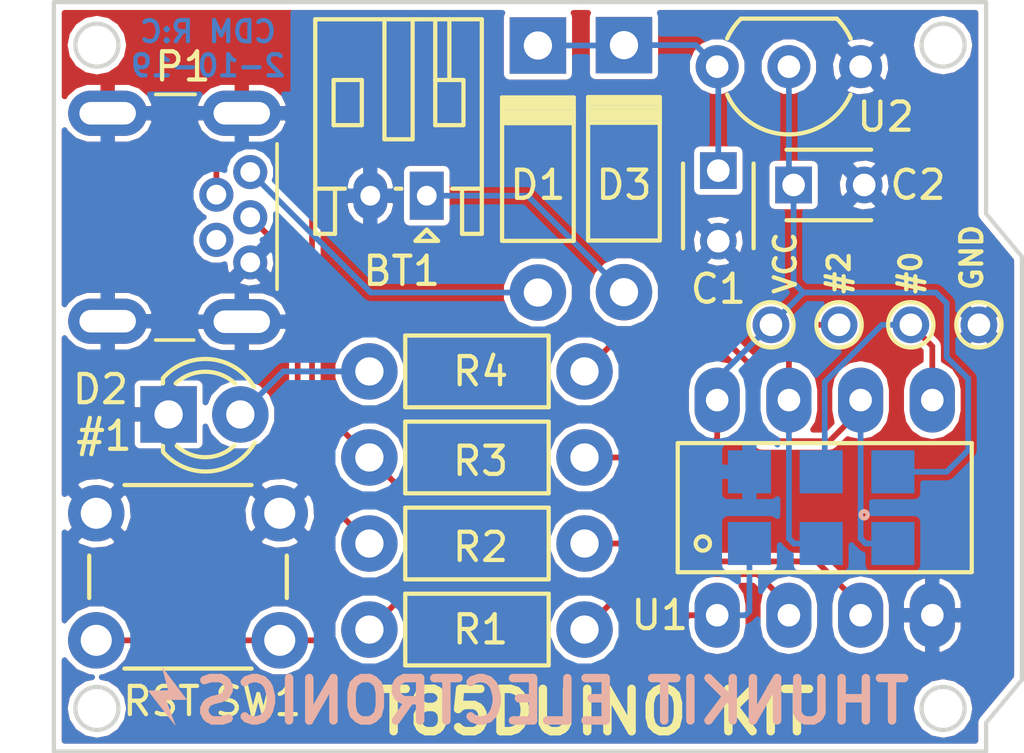
<source format=kicad_pcb>
(kicad_pcb (version 4) (host pcbnew 4.0.5+dfsg1-4)

  (general
    (links 39)
    (no_connects 0)
    (area 114.224999 98.349999 148.665001 125.043001)
    (thickness 1.6)
    (drawings 21)
    (tracks 91)
    (zones 0)
    (modules 20)
    (nets 16)
  )

  (page A4)
  (title_block
    (title "MAKIT-THT Soldering Kit")
    (date 2018-05-13)
    (rev B)
    (company "Thunkit Electronics")
  )

  (layers
    (0 F.Cu signal)
    (31 B.Cu signal)
    (32 B.Adhes user)
    (33 F.Adhes user)
    (34 B.Paste user)
    (35 F.Paste user)
    (36 B.SilkS user)
    (37 F.SilkS user)
    (38 B.Mask user)
    (39 F.Mask user)
    (40 Dwgs.User user)
    (41 Cmts.User user)
    (42 Eco1.User user)
    (43 Eco2.User user)
    (44 Edge.Cuts user)
    (45 Margin user)
    (46 B.CrtYd user)
    (47 F.CrtYd user)
    (48 B.Fab user hide)
    (49 F.Fab user hide)
  )

  (setup
    (last_trace_width 0.2032)
    (trace_clearance 0.2032)
    (zone_clearance 0.2032)
    (zone_45_only no)
    (trace_min 0.2)
    (segment_width 0.2)
    (edge_width 0.15)
    (via_size 0.6)
    (via_drill 0.4)
    (via_min_size 0.4)
    (via_min_drill 0.3)
    (uvia_size 0.3)
    (uvia_drill 0.1)
    (uvias_allowed no)
    (uvia_min_size 0)
    (uvia_min_drill 0)
    (pcb_text_width 0.3)
    (pcb_text_size 1.5 1.5)
    (mod_edge_width 0.15)
    (mod_text_size 1 1)
    (mod_text_width 0.15)
    (pad_size 1.3 1.3)
    (pad_drill 0.8)
    (pad_to_mask_clearance 0.0508)
    (aux_axis_origin 0 0)
    (visible_elements FFFFFF7F)
    (pcbplotparams
      (layerselection 0x010f0_80000001)
      (usegerberextensions true)
      (excludeedgelayer true)
      (linewidth 0.100000)
      (plotframeref false)
      (viasonmask false)
      (mode 1)
      (useauxorigin false)
      (hpglpennumber 1)
      (hpglpenspeed 20)
      (hpglpendiameter 15)
      (hpglpenoverlay 2)
      (psnegative false)
      (psa4output false)
      (plotreference true)
      (plotvalue true)
      (plotinvisibletext false)
      (padsonsilk false)
      (subtractmaskfromsilk false)
      (outputformat 1)
      (mirror false)
      (drillshape 0)
      (scaleselection 1)
      (outputdirectory MAKIT_THT_REVC_GERBER))
  )

  (net 0 "")
  (net 1 GND)
  (net 2 "Net-(D2-Pad2)")
  (net 3 "Net-(P1-Pad2)")
  (net 4 "Net-(P1-Pad3)")
  (net 5 "Net-(R1-Pad1)")
  (net 6 "Net-(R2-Pad1)")
  (net 7 "Net-(P1-Pad4)")
  (net 8 VCC)
  (net 9 MOSI)
  (net 10 SCK)
  (net 11 MISO)
  (net 12 RST)
  (net 13 "Net-(BT1-Pad1)")
  (net 14 "Net-(C1-Pad1)")
  (net 15 VBUS)

  (net_class Default "This is the default net class."
    (clearance 0.2032)
    (trace_width 0.2032)
    (via_dia 0.6)
    (via_drill 0.4)
    (uvia_dia 0.3)
    (uvia_drill 0.1)
    (add_net GND)
    (add_net MISO)
    (add_net MOSI)
    (add_net "Net-(BT1-Pad1)")
    (add_net "Net-(C1-Pad1)")
    (add_net "Net-(D2-Pad2)")
    (add_net "Net-(P1-Pad2)")
    (add_net "Net-(P1-Pad3)")
    (add_net "Net-(P1-Pad4)")
    (add_net "Net-(R1-Pad1)")
    (add_net "Net-(R2-Pad1)")
    (add_net RST)
    (add_net SCK)
    (add_net VBUS)
    (add_net VCC)
  )

  (module LEDs:LED-3MM (layer F.Cu) (tedit 5BE114E8) (tstamp 5BE10E0C)
    (at 118.364 113.03)
    (descr "LED 3mm round vertical")
    (tags "LED  3mm round vertical")
    (path /5ABA3B15)
    (fp_text reference D2 (at -2.413 -0.889) (layer F.SilkS)
      (effects (font (size 1 1) (thickness 0.15)))
    )
    (fp_text value LED (at 1.3 -2.9) (layer F.Fab)
      (effects (font (size 1 1) (thickness 0.15)))
    )
    (fp_line (start -1.2 2.3) (end 3.8 2.3) (layer F.CrtYd) (width 0.05))
    (fp_line (start 3.8 2.3) (end 3.8 -2.2) (layer F.CrtYd) (width 0.05))
    (fp_line (start 3.8 -2.2) (end -1.2 -2.2) (layer F.CrtYd) (width 0.05))
    (fp_line (start -1.2 -2.2) (end -1.2 2.3) (layer F.CrtYd) (width 0.05))
    (fp_line (start -0.199 1.314) (end -0.199 1.114) (layer F.SilkS) (width 0.15))
    (fp_line (start -0.199 -1.28) (end -0.199 -1.1) (layer F.SilkS) (width 0.15))
    (fp_arc (start 1.301 0.034) (end -0.199 -1.286) (angle 108.5) (layer F.SilkS) (width 0.15))
    (fp_arc (start 1.301 0.034) (end 0.25 -1.1) (angle 85.7) (layer F.SilkS) (width 0.15))
    (fp_arc (start 1.311 0.034) (end 3.051 0.994) (angle 110) (layer F.SilkS) (width 0.15))
    (fp_arc (start 1.301 0.034) (end 2.335 1.094) (angle 87.5) (layer F.SilkS) (width 0.15))
    (fp_text user K (at -1.69 1.74) (layer F.SilkS) hide
      (effects (font (size 1 1) (thickness 0.15)))
    )
    (pad 1 thru_hole rect (at 0 0 90) (size 2 2) (drill 1.00076) (layers *.Cu *.Mask)
      (net 1 GND))
    (pad 2 thru_hole circle (at 2.54 0) (size 2 2) (drill 1.00076) (layers *.Cu *.Mask)
      (net 2 "Net-(D2-Pad2)"))
    (model LEDs.3dshapes/LED-3MM.wrl
      (at (xyz 0.05 0 0))
      (scale (xyz 1 1 1))
      (rotate (xyz 0 0 90))
    )
  )

  (module Buttons_Switches_THT:SW_PUSH_6mm (layer F.Cu) (tedit 58134C96) (tstamp 5BE11F12)
    (at 122.301 121.031 180)
    (descr https://www.omron.com/ecb/products/pdf/en-b3f.pdf)
    (tags "tact sw push 6mm")
    (path /5BE114D5)
    (fp_text reference SW1 (at 0.762 -2.159 180) (layer F.SilkS)
      (effects (font (size 1 1) (thickness 0.15)))
    )
    (fp_text value Push_SW (at 3.75 6.7 180) (layer F.Fab)
      (effects (font (size 1 1) (thickness 0.15)))
    )
    (fp_line (start 3.25 -0.75) (end 6.25 -0.75) (layer F.Fab) (width 0.1))
    (fp_line (start 6.25 -0.75) (end 6.25 5.25) (layer F.Fab) (width 0.1))
    (fp_line (start 6.25 5.25) (end 0.25 5.25) (layer F.Fab) (width 0.1))
    (fp_line (start 0.25 5.25) (end 0.25 -0.75) (layer F.Fab) (width 0.1))
    (fp_line (start 0.25 -0.75) (end 3.25 -0.75) (layer F.Fab) (width 0.1))
    (fp_line (start 7.75 6) (end 8 6) (layer F.CrtYd) (width 0.05))
    (fp_line (start 8 6) (end 8 5.75) (layer F.CrtYd) (width 0.05))
    (fp_line (start 7.75 -1.5) (end 8 -1.5) (layer F.CrtYd) (width 0.05))
    (fp_line (start 8 -1.5) (end 8 -1.25) (layer F.CrtYd) (width 0.05))
    (fp_line (start -1.5 -1.25) (end -1.5 -1.5) (layer F.CrtYd) (width 0.05))
    (fp_line (start -1.5 -1.5) (end -1.25 -1.5) (layer F.CrtYd) (width 0.05))
    (fp_line (start -1.5 5.75) (end -1.5 6) (layer F.CrtYd) (width 0.05))
    (fp_line (start -1.5 6) (end -1.25 6) (layer F.CrtYd) (width 0.05))
    (fp_line (start -1.25 -1.5) (end 7.75 -1.5) (layer F.CrtYd) (width 0.05))
    (fp_line (start -1.5 5.75) (end -1.5 -1.25) (layer F.CrtYd) (width 0.05))
    (fp_line (start 7.75 6) (end -1.25 6) (layer F.CrtYd) (width 0.05))
    (fp_line (start 8 -1.25) (end 8 5.75) (layer F.CrtYd) (width 0.05))
    (fp_line (start 1 5.5) (end 5.5 5.5) (layer F.SilkS) (width 0.15))
    (fp_line (start -0.25 1.5) (end -0.25 3) (layer F.SilkS) (width 0.15))
    (fp_line (start 5.5 -1) (end 1 -1) (layer F.SilkS) (width 0.15))
    (fp_line (start 6.75 3) (end 6.75 1.5) (layer F.SilkS) (width 0.15))
    (fp_circle (center 3.25 2.25) (end 1.25 2.5) (layer F.Fab) (width 0.1))
    (pad 2 thru_hole circle (at 0 4.5 270) (size 2 2) (drill 1.1) (layers *.Cu *.Mask)
      (net 1 GND))
    (pad 1 thru_hole circle (at 0 0 270) (size 2 2) (drill 1.1) (layers *.Cu *.Mask)
      (net 12 RST))
    (pad 2 thru_hole circle (at 6.5 4.5 270) (size 2 2) (drill 1.1) (layers *.Cu *.Mask)
      (net 1 GND))
    (pad 1 thru_hole circle (at 6.5 0 270) (size 2 2) (drill 1.1) (layers *.Cu *.Mask)
      (net 12 RST))
    (model Buttons_Switches_ThroughHole.3dshapes/SW_PUSH_6mm.wrl
      (at (xyz 0.005 0 0))
      (scale (xyz 0.3937 0.3937 0.3937))
      (rotate (xyz 0 0 0))
    )
  )

  (module Capacitors_THT:C_Disc_D3_P2.5 (layer F.Cu) (tedit 0) (tstamp 5BE19DA1)
    (at 137.835 104.394 270)
    (descr "Capacitor 3mm Disc, Pitch 2.5mm")
    (tags Capacitor)
    (path /5BE11320)
    (fp_text reference C1 (at 4.191 0 540) (layer F.SilkS)
      (effects (font (size 1 1) (thickness 0.15)))
    )
    (fp_text value 1uF (at 1.25 2.5 270) (layer F.Fab)
      (effects (font (size 1 1) (thickness 0.15)))
    )
    (fp_line (start -0.9 -1.5) (end 3.4 -1.5) (layer F.CrtYd) (width 0.05))
    (fp_line (start 3.4 -1.5) (end 3.4 1.5) (layer F.CrtYd) (width 0.05))
    (fp_line (start 3.4 1.5) (end -0.9 1.5) (layer F.CrtYd) (width 0.05))
    (fp_line (start -0.9 1.5) (end -0.9 -1.5) (layer F.CrtYd) (width 0.05))
    (fp_line (start -0.25 -1.25) (end 2.75 -1.25) (layer F.SilkS) (width 0.15))
    (fp_line (start 2.75 1.25) (end -0.25 1.25) (layer F.SilkS) (width 0.15))
    (pad 1 thru_hole rect (at 0 0 270) (size 1.3 1.3) (drill 0.8) (layers *.Cu *.Mask)
      (net 14 "Net-(C1-Pad1)"))
    (pad 2 thru_hole circle (at 2.5 0 270) (size 1.3 1.3) (drill 0.8001) (layers *.Cu *.Mask)
      (net 1 GND))
    (model Capacitors_ThroughHole.3dshapes/C_Disc_D3_P2.5.wrl
      (at (xyz 0.0492126 0 0))
      (scale (xyz 1 1 1))
      (rotate (xyz 0 0 0))
    )
  )

  (module MOD:lightning2 (layer B.Cu) (tedit 0) (tstamp 5BE1A193)
    (at 118.364 123.063)
    (fp_text reference G*** (at 0 0) (layer B.SilkS) hide
      (effects (font (thickness 0.3)) (justify mirror))
    )
    (fp_text value LOGO (at 0.75 0) (layer B.SilkS) hide
      (effects (font (thickness 0.3)) (justify mirror))
    )
    (fp_poly (pts (xy 0.235765 0.96729) (xy 0.228162 0.94615) (xy 0.21584 0.913513) (xy 0.197183 0.86346)
      (xy 0.173378 0.79923) (xy 0.145614 0.724057) (xy 0.115076 0.641179) (xy 0.082954 0.553831)
      (xy 0.050433 0.46525) (xy 0.018702 0.378673) (xy -0.011052 0.297336) (xy -0.037642 0.224475)
      (xy -0.05988 0.163326) (xy -0.076578 0.117126) (xy -0.08655 0.089112) (xy -0.0889 0.081988)
      (xy -0.076729 0.080494) (xy -0.042328 0.078927) (xy 0.011132 0.07736) (xy 0.080482 0.075872)
      (xy 0.162552 0.074537) (xy 0.254171 0.073433) (xy 0.276443 0.073217) (xy 0.641787 0.06985)
      (xy 0.220728 -0.486879) (xy 0.141472 -0.591571) (xy 0.066522 -0.690374) (xy -0.002672 -0.781392)
      (xy -0.06466 -0.862728) (xy -0.117994 -0.932485) (xy -0.161224 -0.988766) (xy -0.192901 -1.029675)
      (xy -0.211575 -1.053315) (xy -0.215893 -1.058379) (xy -0.226448 -1.064999) (xy -0.224955 -1.050813)
      (xy -0.22409 -1.04775) (xy -0.216216 -1.019736) (xy -0.203435 -0.973249) (xy -0.186703 -0.91185)
      (xy -0.166978 -0.8391) (xy -0.145217 -0.758563) (xy -0.122377 -0.6738) (xy -0.099417 -0.588373)
      (xy -0.077292 -0.505844) (xy -0.056961 -0.429775) (xy -0.03938 -0.363729) (xy -0.025508 -0.311267)
      (xy -0.016301 -0.275952) (xy -0.012716 -0.261345) (xy -0.0127 -0.261192) (xy -0.024865 -0.25933)
      (xy -0.059216 -0.257646) (xy -0.11254 -0.256207) (xy -0.181624 -0.255078) (xy -0.263256 -0.254322)
      (xy -0.354221 -0.254005) (xy -0.3683 -0.254) (xy -0.460376 -0.253783) (xy -0.543593 -0.25317)
      (xy -0.61474 -0.252219) (xy -0.670603 -0.250986) (xy -0.707968 -0.24953) (xy -0.723623 -0.247908)
      (xy -0.7239 -0.247657) (xy -0.716323 -0.236945) (xy -0.69469 -0.208379) (xy -0.660651 -0.164067)
      (xy -0.615855 -0.106118) (xy -0.56195 -0.036639) (xy -0.500587 0.042261) (xy -0.433414 0.128472)
      (xy -0.362081 0.219888) (xy -0.288237 0.314398) (xy -0.21353 0.409896) (xy -0.139611 0.504271)
      (xy -0.068127 0.595417) (xy -0.00073 0.681224) (xy 0.060934 0.759583) (xy 0.115213 0.828387)
      (xy 0.16046 0.885527) (xy 0.195025 0.928894) (xy 0.217258 0.956381) (xy 0.224749 0.9652)
      (xy 0.235777 0.975093) (xy 0.235765 0.96729)) (layer B.SilkS) (width 0.01))
  )

  (module Connectors:PINTST (layer F.Cu) (tedit 5C605B48) (tstamp 5BE1D094)
    (at 144.653 109.855)
    (descr "module 1 pin (ou trou mecanique de percage)")
    (tags DEV)
    (path /5BE12048)
    (fp_text reference TP1 (at 0 -1.26746) (layer F.SilkS) hide
      (effects (font (size 1 1) (thickness 0.15)))
    )
    (fp_text value TEST (at 0 1.27) (layer F.Fab)
      (effects (font (size 1 1) (thickness 0.15)))
    )
    (fp_circle (center 0 0) (end -0.254 -0.762) (layer F.SilkS) (width 0.15))
    (pad 1 thru_hole circle (at 0 0) (size 1.3 1.3) (drill 0.8) (layers *.Cu *.Mask)
      (net 9 MOSI))
    (model Connect.3dshapes/PINTST.wrl
      (at (xyz 0 0 0))
      (scale (xyz 1 1 1))
      (rotate (xyz 0 0 0))
    )
  )

  (module Connectors:PINTST (layer F.Cu) (tedit 5C605B3C) (tstamp 5BE1D09A)
    (at 142.113 109.855)
    (descr "module 1 pin (ou trou mecanique de percage)")
    (tags DEV)
    (path /5BE122BA)
    (fp_text reference TP2 (at 0 -1.26746) (layer F.SilkS) hide
      (effects (font (size 1 1) (thickness 0.15)))
    )
    (fp_text value TEST (at 0 1.27) (layer F.Fab)
      (effects (font (size 1 1) (thickness 0.15)))
    )
    (fp_circle (center 0 0) (end -0.254 -0.762) (layer F.SilkS) (width 0.15))
    (pad 1 thru_hole circle (at 0 0) (size 1.3 1.3) (drill 0.8) (layers *.Cu *.Mask)
      (net 10 SCK))
    (model Connect.3dshapes/PINTST.wrl
      (at (xyz 0 0 0))
      (scale (xyz 1 1 1))
      (rotate (xyz 0 0 0))
    )
  )

  (module Connectors:PINTST (layer F.Cu) (tedit 5C605B50) (tstamp 5BE1D0E4)
    (at 147.066 109.855)
    (descr "module 1 pin (ou trou mecanique de percage)")
    (tags DEV)
    (path /5BE1257D)
    (fp_text reference TP3 (at 22.606 -24.934001) (layer F.SilkS) hide
      (effects (font (size 1 1) (thickness 0.15)))
    )
    (fp_text value TEST (at 0 1.27) (layer F.Fab)
      (effects (font (size 1 1) (thickness 0.15)))
    )
    (fp_circle (center 0 0) (end -0.254 -0.762) (layer F.SilkS) (width 0.15))
    (pad 1 thru_hole circle (at 0 0) (size 1.3 1.3) (drill 0.8) (layers *.Cu *.Mask)
      (net 1 GND))
    (model Connect.3dshapes/PINTST.wrl
      (at (xyz 0 0 0))
      (scale (xyz 1 1 1))
      (rotate (xyz 0 0 0))
    )
  )

  (module MOD:Resistor_Horizontal_RM7mm (layer F.Cu) (tedit 5BE12A94) (tstamp 5BE45BF8)
    (at 125.476 111.506)
    (descr "Resistor, Axial,  RM 7.62mm, 1/3W,")
    (tags "Resistor Axial RM 7.62mm 1/3W R3")
    (path /5ABA3A80)
    (fp_text reference R4 (at 3.937 0) (layer F.SilkS)
      (effects (font (size 1 1) (thickness 0.15)))
    )
    (fp_text value 330 (at 3.81 3.81) (layer F.Fab)
      (effects (font (size 1 1) (thickness 0.15)))
    )
    (fp_line (start -1.25 -1.5) (end 8.85 -1.5) (layer F.CrtYd) (width 0.05))
    (fp_line (start -1.25 1.5) (end -1.25 -1.5) (layer F.CrtYd) (width 0.05))
    (fp_line (start 8.85 -1.5) (end 8.85 1.5) (layer F.CrtYd) (width 0.05))
    (fp_line (start -1.25 1.5) (end 8.85 1.5) (layer F.CrtYd) (width 0.05))
    (fp_line (start 1.27 -1.27) (end 6.35 -1.27) (layer F.SilkS) (width 0.15))
    (fp_line (start 6.35 -1.27) (end 6.35 1.27) (layer F.SilkS) (width 0.15))
    (fp_line (start 6.35 1.27) (end 1.27 1.27) (layer F.SilkS) (width 0.15))
    (fp_line (start 1.27 1.27) (end 1.27 -1.27) (layer F.SilkS) (width 0.15))
    (pad 1 thru_hole circle (at 0 0) (size 1.99898 1.99898) (drill 1.00076) (layers *.Cu *.Mask)
      (net 2 "Net-(D2-Pad2)"))
    (pad 2 thru_hole circle (at 7.62 0) (size 1.99898 1.99898) (drill 1.00076) (layers *.Cu *.Mask)
      (net 11 MISO))
  )

  (module MOD:Resistor_Horizontal_RM7mm (layer F.Cu) (tedit 5BE12A94) (tstamp 5BE45BEA)
    (at 133.096 117.602 180)
    (descr "Resistor, Axial,  RM 7.62mm, 1/3W,")
    (tags "Resistor Axial RM 7.62mm 1/3W R3")
    (path /5BE10F68)
    (fp_text reference R2 (at 3.683 -0.127 180) (layer F.SilkS)
      (effects (font (size 1 1) (thickness 0.15)))
    )
    (fp_text value 68 (at 3.81 3.81 180) (layer F.Fab)
      (effects (font (size 1 1) (thickness 0.15)))
    )
    (fp_line (start -1.25 -1.5) (end 8.85 -1.5) (layer F.CrtYd) (width 0.05))
    (fp_line (start -1.25 1.5) (end -1.25 -1.5) (layer F.CrtYd) (width 0.05))
    (fp_line (start 8.85 -1.5) (end 8.85 1.5) (layer F.CrtYd) (width 0.05))
    (fp_line (start -1.25 1.5) (end 8.85 1.5) (layer F.CrtYd) (width 0.05))
    (fp_line (start 1.27 -1.27) (end 6.35 -1.27) (layer F.SilkS) (width 0.15))
    (fp_line (start 6.35 -1.27) (end 6.35 1.27) (layer F.SilkS) (width 0.15))
    (fp_line (start 6.35 1.27) (end 1.27 1.27) (layer F.SilkS) (width 0.15))
    (fp_line (start 1.27 1.27) (end 1.27 -1.27) (layer F.SilkS) (width 0.15))
    (pad 1 thru_hole circle (at 0 0 180) (size 1.99898 1.99898) (drill 1.00076) (layers *.Cu *.Mask)
      (net 6 "Net-(R2-Pad1)"))
    (pad 2 thru_hole circle (at 7.62 0 180) (size 1.99898 1.99898) (drill 1.00076) (layers *.Cu *.Mask)
      (net 4 "Net-(P1-Pad3)"))
  )

  (module MOD:Resistor_Horizontal_RM7mm (layer F.Cu) (tedit 5BE12A94) (tstamp 5BE45BDC)
    (at 133.096 120.65 180)
    (descr "Resistor, Axial,  RM 7.62mm, 1/3W,")
    (tags "Resistor Axial RM 7.62mm 1/3W R3")
    (path /5BE10FD9)
    (fp_text reference R1 (at 3.683 0 180) (layer F.SilkS)
      (effects (font (size 1 1) (thickness 0.15)))
    )
    (fp_text value 68 (at 3.81 3.81 180) (layer F.Fab)
      (effects (font (size 1 1) (thickness 0.15)))
    )
    (fp_line (start -1.25 -1.5) (end 8.85 -1.5) (layer F.CrtYd) (width 0.05))
    (fp_line (start -1.25 1.5) (end -1.25 -1.5) (layer F.CrtYd) (width 0.05))
    (fp_line (start 8.85 -1.5) (end 8.85 1.5) (layer F.CrtYd) (width 0.05))
    (fp_line (start -1.25 1.5) (end 8.85 1.5) (layer F.CrtYd) (width 0.05))
    (fp_line (start 1.27 -1.27) (end 6.35 -1.27) (layer F.SilkS) (width 0.15))
    (fp_line (start 6.35 -1.27) (end 6.35 1.27) (layer F.SilkS) (width 0.15))
    (fp_line (start 6.35 1.27) (end 1.27 1.27) (layer F.SilkS) (width 0.15))
    (fp_line (start 1.27 1.27) (end 1.27 -1.27) (layer F.SilkS) (width 0.15))
    (pad 1 thru_hole circle (at 0 0 180) (size 1.99898 1.99898) (drill 1.00076) (layers *.Cu *.Mask)
      (net 5 "Net-(R1-Pad1)"))
    (pad 2 thru_hole circle (at 7.62 0 180) (size 1.99898 1.99898) (drill 1.00076) (layers *.Cu *.Mask)
      (net 3 "Net-(P1-Pad2)"))
  )

  (module MOD:DIP-8 (layer F.Cu) (tedit 5BE250CD) (tstamp 5BE10E53)
    (at 137.795 120.142 90)
    (descr "8-lead dip package, row spacing 7.62 mm (300 mils), longer pads")
    (tags "dil dip 2.54 300")
    (path /5BE10E5E)
    (fp_text reference U1 (at 0 -2.032 180) (layer F.SilkS)
      (effects (font (size 1 1) (thickness 0.15)))
    )
    (fp_text value ATTINY85-P (at 0 -3.72 90) (layer F.Fab)
      (effects (font (size 1 1) (thickness 0.15)))
    )
    (fp_circle (center 2.54 -0.508) (end 2.54 -0.762) (layer F.SilkS) (width 0.15))
    (fp_line (start -1.4 -2.45) (end -1.4 10.1) (layer F.CrtYd) (width 0.05))
    (fp_line (start 9 -2.45) (end 9 10.1) (layer F.CrtYd) (width 0.05))
    (fp_line (start -1.4 -2.45) (end 9 -2.45) (layer F.CrtYd) (width 0.05))
    (fp_line (start -1.4 10.1) (end 9 10.1) (layer F.CrtYd) (width 0.05))
    (fp_line (start 1.524 9.017) (end 1.524 -1.397) (layer F.SilkS) (width 0.15))
    (fp_line (start 1.524 -1.397) (end 6.096 -1.397) (layer F.SilkS) (width 0.15))
    (fp_line (start 1.54 9.017) (end 6.096 9.017) (layer F.SilkS) (width 0.15))
    (fp_line (start 6.096 9.017) (end 6.096 -1.397) (layer F.SilkS) (width 0.15))
    (pad 1 thru_hole oval (at 0 0 90) (size 2.3 1.6) (drill 0.8) (layers *.Cu *.Mask)
      (net 12 RST))
    (pad 2 thru_hole oval (at 0 2.54 90) (size 2.3 1.6) (drill 0.8) (layers *.Cu *.Mask)
      (net 5 "Net-(R1-Pad1)"))
    (pad 3 thru_hole oval (at 0 5.08 90) (size 2.3 1.6) (drill 0.8) (layers *.Cu *.Mask)
      (net 6 "Net-(R2-Pad1)"))
    (pad 4 thru_hole oval (at 0 7.62 90) (size 2.3 1.6) (drill 0.8) (layers *.Cu *.Mask)
      (net 1 GND))
    (pad 5 thru_hole oval (at 7.62 7.62 90) (size 2.3 1.6) (drill 0.8) (layers *.Cu *.Mask)
      (net 9 MOSI))
    (pad 6 thru_hole oval (at 7.62 5.08 90) (size 2.3 1.6) (drill 0.8) (layers *.Cu *.Mask)
      (net 11 MISO))
    (pad 7 thru_hole oval (at 7.62 2.54 90) (size 2.3 1.6) (drill 0.8) (layers *.Cu *.Mask)
      (net 10 SCK))
    (pad 8 thru_hole oval (at 7.62 0 90) (size 2.3 1.6) (drill 0.8) (layers *.Cu *.Mask)
      (net 8 VCC))
    (model Housings_DIP.3dshapes/DIP-8_W7.62mm_LongPads.wrl
      (at (xyz 0 0 0))
      (scale (xyz 1 1 1))
      (rotate (xyz 0 0 0))
    )
  )

  (module "MOD:2.54 ICSP" (layer B.Cu) (tedit 5BE2526B) (tstamp 5BE26322)
    (at 141.478 112.522 180)
    (path /5BE251F2)
    (fp_text reference P2 (at 0 -0.5 180) (layer B.SilkS) hide
      (effects (font (size 1 1) (thickness 0.15)) (justify mirror))
    )
    (fp_text value ICSP (at 0 0.5 180) (layer B.Fab)
      (effects (font (size 1 1) (thickness 0.15)) (justify mirror))
    )
    (fp_circle (center -1.524 -4.064) (end -1.524 -4.191) (layer B.SilkS) (width 0.15))
    (pad 2 connect rect (at -2.54 -2.54 180) (size 1.524 1.524) (layers B.Cu B.Mask)
      (net 8 VCC))
    (pad 4 connect rect (at 0 -2.54 180) (size 1.524 1.524) (layers B.Cu B.Mask)
      (net 9 MOSI))
    (pad 3 connect rect (at 0 -5.08 180) (size 1.524 1.524) (layers B.Cu B.Mask)
      (net 10 SCK))
    (pad 1 connect rect (at -2.54 -5.08 180) (size 1.524 1.524) (layers B.Cu B.Mask)
      (net 11 MISO))
    (pad 6 connect rect (at 2.54 -2.54 180) (size 1.524 1.524) (layers B.Cu B.Mask)
      (net 1 GND))
    (pad 5 connect rect (at 2.54 -5.08 180) (size 1.524 1.524) (layers B.Cu B.Mask)
      (net 12 RST))
  )

  (module MOD:Resistor_Horizontal_RM7mm (layer F.Cu) (tedit 5BE12A94) (tstamp 5BE8B51A)
    (at 133.096 114.554 180)
    (descr "Resistor, Axial,  RM 7.62mm, 1/3W,")
    (tags "Resistor Axial RM 7.62mm 1/3W R3")
    (path /5BE8B5BE)
    (fp_text reference R3 (at 3.683 -0.127 180) (layer F.SilkS)
      (effects (font (size 1 1) (thickness 0.15)))
    )
    (fp_text value 1.5K (at 3.81 3.81 180) (layer F.Fab)
      (effects (font (size 1 1) (thickness 0.15)))
    )
    (fp_line (start -1.25 -1.5) (end 8.85 -1.5) (layer F.CrtYd) (width 0.05))
    (fp_line (start -1.25 1.5) (end -1.25 -1.5) (layer F.CrtYd) (width 0.05))
    (fp_line (start 8.85 -1.5) (end 8.85 1.5) (layer F.CrtYd) (width 0.05))
    (fp_line (start -1.25 1.5) (end 8.85 1.5) (layer F.CrtYd) (width 0.05))
    (fp_line (start 1.27 -1.27) (end 6.35 -1.27) (layer F.SilkS) (width 0.15))
    (fp_line (start 6.35 -1.27) (end 6.35 1.27) (layer F.SilkS) (width 0.15))
    (fp_line (start 6.35 1.27) (end 1.27 1.27) (layer F.SilkS) (width 0.15))
    (fp_line (start 1.27 1.27) (end 1.27 -1.27) (layer F.SilkS) (width 0.15))
    (pad 1 thru_hole circle (at 0 0 180) (size 1.99898 1.99898) (drill 1.00076) (layers *.Cu *.Mask)
      (net 8 VCC))
    (pad 2 thru_hole circle (at 7.62 0 180) (size 1.99898 1.99898) (drill 1.00076) (layers *.Cu *.Mask)
      (net 3 "Net-(P1-Pad2)"))
  )

  (module MOD:USB_MINI_B_TH (layer F.Cu) (tedit 5BEF6D75) (tstamp 5BE114BB)
    (at 116.205 106.045 180)
    (path /5BE11202)
    (fp_text reference P1 (at -2.667 5.334 180) (layer F.SilkS)
      (effects (font (size 1 1) (thickness 0.15)))
    )
    (fp_text value USB_OTG (at -2.03524 6.24674 180) (layer F.SilkS) hide
      (effects (font (size 1.40017 1.40017) (thickness 0.05)))
    )
    (fp_line (start -0.6 -4) (end 0.6 -4) (layer Edge.Cuts) (width 0.0001))
    (fp_line (start -0.6 -3.3) (end 0.6 -3.3) (layer Edge.Cuts) (width 0.0001))
    (fp_line (start -5.85 -4.35) (end -5.85 4.35) (layer Dwgs.User) (width 0.127))
    (fp_line (start -5.85 4.35) (end 1.75 4.35) (layer Dwgs.User) (width 0.127))
    (fp_line (start 1.75 4.35) (end 3.75 4.35) (layer Dwgs.User) (width 0.127))
    (fp_line (start 3.75 4.35) (end 3.75 -4.35) (layer Dwgs.User) (width 0.127))
    (fp_line (start 3.75 -4.35) (end 1.75 -4.35) (layer Dwgs.User) (width 0.127))
    (fp_line (start 1.75 -4.35) (end -5.85 -4.35) (layer Dwgs.User) (width 0.127))
    (fp_line (start -3.05 -4.35) (end -1.7 -4.35) (layer F.SilkS) (width 0.127))
    (fp_line (start -1.7 4.35) (end -3.1 4.35) (layer F.SilkS) (width 0.127))
    (fp_line (start -6 2.6) (end -6 -2.55) (layer F.SilkS) (width 0.127))
    (fp_arc (start -0.6 -3.65) (end -0.95 -3.65) (angle 90) (layer Edge.Cuts) (width 0.0001))
    (fp_arc (start -0.6 -3.65) (end -0.6 -3.3) (angle 90) (layer Edge.Cuts) (width 0.0001))
    (fp_arc (start 0.6 -3.65) (end 0.95 -3.65) (angle 90) (layer Edge.Cuts) (width 0.0001))
    (fp_arc (start 0.6 -3.65) (end 0.6 -4) (angle 90) (layer Edge.Cuts) (width 0.0001))
    (fp_line (start -0.6 3.3) (end 0.6 3.3) (layer Edge.Cuts) (width 0.0001))
    (fp_line (start -0.6 4) (end 0.6 4) (layer Edge.Cuts) (width 0.0001))
    (fp_arc (start -0.6 3.65) (end -0.95 3.65) (angle 90) (layer Edge.Cuts) (width 0.0001))
    (fp_arc (start -0.6 3.65) (end -0.6 4) (angle 90) (layer Edge.Cuts) (width 0.0001))
    (fp_arc (start 0.6 3.65) (end 0.95 3.65) (angle 90) (layer Edge.Cuts) (width 0.0001))
    (fp_arc (start 0.6 3.65) (end 0.6 3.3) (angle 90) (layer Edge.Cuts) (width 0.0001))
    (fp_line (start 1.75 -4.35) (end 1.75 4.35) (layer Dwgs.User) (width 0.127))
    (pad 3 thru_hole circle (at -5.05 0 180) (size 1.208 1.208) (drill 0.7) (layers *.Cu *.Mask)
      (net 4 "Net-(P1-Pad3)"))
    (pad 5 thru_hole circle (at -5.05 -1.6 180) (size 1.208 1.208) (drill 0.7) (layers *.Cu *.Mask)
      (net 1 GND))
    (pad 2 thru_hole circle (at -3.85 0.8 180) (size 1.208 1.208) (drill 0.7) (layers *.Cu *.Mask)
      (net 3 "Net-(P1-Pad2)"))
    (pad 4 thru_hole circle (at -3.85 -0.8 180) (size 1.208 1.208) (drill 0.7) (layers *.Cu *.Mask)
      (net 7 "Net-(P1-Pad4)"))
    (pad 1 thru_hole circle (at -5.05 1.6 180) (size 1.208 1.208) (drill 0.7) (layers *.Cu *.Mask)
      (net 15 VBUS))
    (pad 6 thru_hole oval (at 0 -3.683 180) (size 2.8 1.6) (drill oval 2 0.8) (layers *.Cu *.Mask)
      (net 1 GND))
    (pad 6 thru_hole oval (at 0 3.683 180) (size 2.8 1.6) (drill oval 2 0.8) (layers *.Cu *.Mask)
      (net 1 GND))
    (pad 6 thru_hole oval (at -4.75 -3.7 180) (size 2.8 1.6) (drill oval 2 0.8) (layers *.Cu *.Mask)
      (net 1 GND))
    (pad 6 thru_hole oval (at -4.75 3.683 180) (size 2.8 1.6) (drill oval 2 0.8) (layers *.Cu *.Mask)
      (net 1 GND))
  )

  (module Connectors_JST:JST_PH_S2B-PH-K_02x2.00mm_Angled (layer F.Cu) (tedit 56B07786) (tstamp 5C6087F4)
    (at 127.508 105.283 180)
    (descr http://www.jst-mfg.com/product/pdf/eng/ePH.pdf)
    (tags "connector jst ph")
    (path /5BE1139B)
    (fp_text reference BT1 (at 0.889 -2.667 180) (layer F.SilkS)
      (effects (font (size 1 1) (thickness 0.15)))
    )
    (fp_text value JST-PH (at 1 7.5 180) (layer F.Fab)
      (effects (font (size 1 1) (thickness 0.15)))
    )
    (fp_line (start 0.5 6.25) (end 0.5 2) (layer F.SilkS) (width 0.15))
    (fp_line (start 0.5 2) (end 1.5 2) (layer F.SilkS) (width 0.15))
    (fp_line (start 1.5 2) (end 1.5 6.25) (layer F.SilkS) (width 0.15))
    (fp_line (start -0.9 0.25) (end -1.25 0.25) (layer F.SilkS) (width 0.15))
    (fp_line (start -1.25 0.25) (end -1.25 -1.35) (layer F.SilkS) (width 0.15))
    (fp_line (start -1.25 -1.35) (end -1.95 -1.35) (layer F.SilkS) (width 0.15))
    (fp_line (start -1.95 -1.35) (end -1.95 6.25) (layer F.SilkS) (width 0.15))
    (fp_line (start -1.95 6.25) (end 3.95 6.25) (layer F.SilkS) (width 0.15))
    (fp_line (start 3.95 6.25) (end 3.95 -1.35) (layer F.SilkS) (width 0.15))
    (fp_line (start 3.95 -1.35) (end 3.25 -1.35) (layer F.SilkS) (width 0.15))
    (fp_line (start 3.25 -1.35) (end 3.25 0.25) (layer F.SilkS) (width 0.15))
    (fp_line (start 3.25 0.25) (end 2.9 0.25) (layer F.SilkS) (width 0.15))
    (fp_line (start 0 -1.2) (end -0.4 -1.6) (layer F.SilkS) (width 0.15))
    (fp_line (start -0.4 -1.6) (end 0.4 -1.6) (layer F.SilkS) (width 0.15))
    (fp_line (start 0.4 -1.6) (end 0 -1.2) (layer F.SilkS) (width 0.15))
    (fp_line (start -1.95 0.25) (end -1.25 0.25) (layer F.SilkS) (width 0.15))
    (fp_line (start 3.95 0.25) (end 3.25 0.25) (layer F.SilkS) (width 0.15))
    (fp_line (start -1.3 2.5) (end -1.3 4.1) (layer F.SilkS) (width 0.15))
    (fp_line (start -1.3 4.1) (end -0.3 4.1) (layer F.SilkS) (width 0.15))
    (fp_line (start -0.3 4.1) (end -0.3 2.5) (layer F.SilkS) (width 0.15))
    (fp_line (start -0.3 2.5) (end -1.3 2.5) (layer F.SilkS) (width 0.15))
    (fp_line (start 3.3 2.5) (end 3.3 4.1) (layer F.SilkS) (width 0.15))
    (fp_line (start 3.3 4.1) (end 2.3 4.1) (layer F.SilkS) (width 0.15))
    (fp_line (start 2.3 4.1) (end 2.3 2.5) (layer F.SilkS) (width 0.15))
    (fp_line (start 2.3 2.5) (end 3.3 2.5) (layer F.SilkS) (width 0.15))
    (fp_line (start -0.3 4.1) (end -0.3 6.25) (layer F.SilkS) (width 0.15))
    (fp_line (start -0.8 4.1) (end -0.8 6.25) (layer F.SilkS) (width 0.15))
    (fp_line (start 0.9 0.25) (end 1.1 0.25) (layer F.SilkS) (width 0.15))
    (fp_line (start -2.45 6.75) (end -2.45 -1.85) (layer F.CrtYd) (width 0.05))
    (fp_line (start -2.45 -1.85) (end 4.45 -1.85) (layer F.CrtYd) (width 0.05))
    (fp_line (start 4.45 -1.85) (end 4.45 6.75) (layer F.CrtYd) (width 0.05))
    (fp_line (start 4.45 6.75) (end -2.45 6.75) (layer F.CrtYd) (width 0.05))
    (pad 1 thru_hole rect (at 0 0 180) (size 1.2 1.7) (drill 0.7) (layers *.Cu *.Mask)
      (net 13 "Net-(BT1-Pad1)"))
    (pad 2 thru_hole oval (at 2 0 180) (size 1.2 1.7) (drill 0.7) (layers *.Cu *.Mask)
      (net 1 GND))
  )

  (module Capacitors_THT:C_Disc_D3_P2.5 (layer F.Cu) (tedit 0) (tstamp 5C6087FA)
    (at 140.502 104.902)
    (descr "Capacitor 3mm Disc, Pitch 2.5mm")
    (tags Capacitor)
    (path /5C60646D)
    (fp_text reference C2 (at 4.405 0) (layer F.SilkS)
      (effects (font (size 1 1) (thickness 0.15)))
    )
    (fp_text value 1uF (at 1.25 2.5) (layer F.Fab)
      (effects (font (size 1 1) (thickness 0.15)))
    )
    (fp_line (start -0.9 -1.5) (end 3.4 -1.5) (layer F.CrtYd) (width 0.05))
    (fp_line (start 3.4 -1.5) (end 3.4 1.5) (layer F.CrtYd) (width 0.05))
    (fp_line (start 3.4 1.5) (end -0.9 1.5) (layer F.CrtYd) (width 0.05))
    (fp_line (start -0.9 1.5) (end -0.9 -1.5) (layer F.CrtYd) (width 0.05))
    (fp_line (start -0.25 -1.25) (end 2.75 -1.25) (layer F.SilkS) (width 0.15))
    (fp_line (start 2.75 1.25) (end -0.25 1.25) (layer F.SilkS) (width 0.15))
    (pad 1 thru_hole rect (at 0 0) (size 1.3 1.3) (drill 0.8) (layers *.Cu *.Mask)
      (net 8 VCC))
    (pad 2 thru_hole circle (at 2.5 0) (size 1.3 1.3) (drill 0.8001) (layers *.Cu *.Mask)
      (net 1 GND))
    (model Capacitors_ThroughHole.3dshapes/C_Disc_D3_P2.5.wrl
      (at (xyz 0.0492126 0 0))
      (scale (xyz 1 1 1))
      (rotate (xyz 0 0 0))
    )
  )

  (module TO_SOT_Packages_THT:TO-92_Inline_Wide (layer F.Cu) (tedit 54F242B4) (tstamp 5C608815)
    (at 142.875 100.711 180)
    (descr "TO-92 leads in-line, wide, drill 0.8mm (see NXP sot054_po.pdf)")
    (tags "to-92 sc-43 sc-43a sot54 PA33 transistor")
    (path /5C605520)
    (fp_text reference U2 (at -0.889 -1.778 360) (layer F.SilkS)
      (effects (font (size 1 1) (thickness 0.15)))
    )
    (fp_text value AP1117 (at 0 3 180) (layer F.Fab)
      (effects (font (size 1 1) (thickness 0.15)))
    )
    (fp_arc (start 2.54 0) (end 0.84 1.7) (angle 20.5) (layer F.SilkS) (width 0.15))
    (fp_arc (start 2.54 0) (end 4.24 1.7) (angle -20.5) (layer F.SilkS) (width 0.15))
    (fp_line (start -1 1.95) (end -1 -2.65) (layer F.CrtYd) (width 0.05))
    (fp_line (start -1 1.95) (end 6.1 1.95) (layer F.CrtYd) (width 0.05))
    (fp_line (start 0.84 1.7) (end 4.24 1.7) (layer F.SilkS) (width 0.15))
    (fp_arc (start 2.54 0) (end 2.54 -2.4) (angle -65.55604127) (layer F.SilkS) (width 0.15))
    (fp_arc (start 2.54 0) (end 2.54 -2.4) (angle 65.55604127) (layer F.SilkS) (width 0.15))
    (fp_line (start -1 -2.65) (end 6.1 -2.65) (layer F.CrtYd) (width 0.05))
    (fp_line (start 6.1 1.95) (end 6.1 -2.65) (layer F.CrtYd) (width 0.05))
    (pad 2 thru_hole circle (at 2.54 0 270) (size 1.524 1.524) (drill 0.8) (layers *.Cu *.Mask)
      (net 8 VCC))
    (pad 3 thru_hole circle (at 5.08 0 270) (size 1.524 1.524) (drill 0.8) (layers *.Cu *.Mask)
      (net 14 "Net-(C1-Pad1)"))
    (pad 1 thru_hole circle (at 0 0 270) (size 1.524 1.524) (drill 0.8) (layers *.Cu *.Mask)
      (net 1 GND))
    (model TO_SOT_Packages_THT.3dshapes/TO-92_Inline_Wide.wrl
      (at (xyz 0.1 0 0))
      (scale (xyz 1 1 1))
      (rotate (xyz 0 0 -90))
    )
  )

  (module MOD:DO-41_Short (layer F.Cu) (tedit 5C6059D8) (tstamp 5C60B95A)
    (at 131.44246 99.262 270)
    (descr "Diode, DO-41, SOD81, Horizontal, RM 10mm,")
    (tags "Diode, DO-41, SOD81, Horizontal, RM 10mm, 1N4007, SB140,")
    (path /5C605175)
    (fp_text reference D1 (at 5.64 -0.00254 360) (layer F.SilkS)
      (effects (font (size 1 1) (thickness 0.15)))
    )
    (fp_text value D_Schottky (at 4.37134 -3.55854 270) (layer F.Fab)
      (effects (font (size 1 1) (thickness 0.15)))
    )
    (fp_line (start 3.048 -1.27254) (end 3.048 1.26746) (layer F.SilkS) (width 0.15))
    (fp_line (start 3.302 -1.27254) (end 3.302 1.26746) (layer F.SilkS) (width 0.15))
    (fp_line (start 3.45 -1.27254) (end 3.45 1.26746) (layer F.SilkS) (width 0.15))
    (fp_line (start 3.175 -1.27254) (end 3.175 1.26746) (layer F.SilkS) (width 0.15))
    (fp_line (start 2.54 1.26746) (end 2.54 -1.27254) (layer F.SilkS) (width 0.15))
    (fp_line (start 2.54 -1.27254) (end 7.62 -1.27254) (layer F.SilkS) (width 0.15))
    (fp_line (start 7.62 -1.27254) (end 7.62 1.26746) (layer F.SilkS) (width 0.15))
    (fp_line (start 7.62 1.26746) (end 2.54 1.26746) (layer F.SilkS) (width 0.15))
    (fp_line (start 2.9 -1.25) (end 2.9 1.25) (layer F.SilkS) (width 0.15))
    (fp_line (start 2.75 -1.25) (end 2.75 1.2) (layer F.SilkS) (width 0.15))
    (fp_line (start 2.65 -1.25) (end 2.65 1.2) (layer F.SilkS) (width 0.15))
    (pad 2 thru_hole circle (at 9.45 -0.00254 90) (size 1.99898 1.99898) (drill 1) (layers *.Cu *.Mask)
      (net 15 VBUS))
    (pad 1 thru_hole rect (at 0.7 -0.00254 90) (size 1.99898 1.99898) (drill 1) (layers *.Cu *.Mask)
      (net 14 "Net-(C1-Pad1)"))
  )

  (module MOD:DO-41_Short (layer F.Cu) (tedit 5C6059D4) (tstamp 5C60B96B)
    (at 134.49046 99.249 270)
    (descr "Diode, DO-41, SOD81, Horizontal, RM 10mm,")
    (tags "Diode, DO-41, SOD81, Horizontal, RM 10mm, 1N4007, SB140,")
    (path /5C6051C6)
    (fp_text reference D3 (at 5.653 -0.00254 360) (layer F.SilkS)
      (effects (font (size 1 1) (thickness 0.15)))
    )
    (fp_text value D_Schottky (at 4.37134 -3.55854 270) (layer F.Fab)
      (effects (font (size 1 1) (thickness 0.15)))
    )
    (fp_line (start 3.048 -1.27254) (end 3.048 1.26746) (layer F.SilkS) (width 0.15))
    (fp_line (start 3.302 -1.27254) (end 3.302 1.26746) (layer F.SilkS) (width 0.15))
    (fp_line (start 3.45 -1.27254) (end 3.45 1.26746) (layer F.SilkS) (width 0.15))
    (fp_line (start 3.175 -1.27254) (end 3.175 1.26746) (layer F.SilkS) (width 0.15))
    (fp_line (start 2.54 1.26746) (end 2.54 -1.27254) (layer F.SilkS) (width 0.15))
    (fp_line (start 2.54 -1.27254) (end 7.62 -1.27254) (layer F.SilkS) (width 0.15))
    (fp_line (start 7.62 -1.27254) (end 7.62 1.26746) (layer F.SilkS) (width 0.15))
    (fp_line (start 7.62 1.26746) (end 2.54 1.26746) (layer F.SilkS) (width 0.15))
    (fp_line (start 2.9 -1.25) (end 2.9 1.25) (layer F.SilkS) (width 0.15))
    (fp_line (start 2.75 -1.25) (end 2.75 1.2) (layer F.SilkS) (width 0.15))
    (fp_line (start 2.65 -1.25) (end 2.65 1.2) (layer F.SilkS) (width 0.15))
    (pad 2 thru_hole circle (at 9.45 -0.00254 90) (size 1.99898 1.99898) (drill 1) (layers *.Cu *.Mask)
      (net 13 "Net-(BT1-Pad1)"))
    (pad 1 thru_hole rect (at 0.7 -0.00254 90) (size 1.99898 1.99898) (drill 1) (layers *.Cu *.Mask)
      (net 14 "Net-(C1-Pad1)"))
  )

  (module Connectors:PINTST (layer F.Cu) (tedit 5C605DE9) (tstamp 5C605E05)
    (at 139.7 109.855)
    (descr "module 1 pin (ou trou mecanique de percage)")
    (tags DEV)
    (path /5C606909)
    (fp_text reference TP4 (at 0 -1.26746) (layer F.SilkS) hide
      (effects (font (size 1 1) (thickness 0.15)))
    )
    (fp_text value TEST (at 0 1.27) (layer F.Fab)
      (effects (font (size 1 1) (thickness 0.15)))
    )
    (fp_circle (center 0 0) (end -0.254 -0.762) (layer F.SilkS) (width 0.15))
    (pad 1 thru_hole circle (at 0 0) (size 1.3 1.3) (drill 0.8) (layers *.Cu *.Mask)
      (net 8 VCC))
    (model Connect.3dshapes/PINTST.wrl
      (at (xyz 0 0 0))
      (scale (xyz 1 1 1))
      (rotate (xyz 0 0 0))
    )
  )

  (gr_text VCC (at 140.208 108.839 90) (layer F.SilkS) (tstamp 5C605E40)
    (effects (font (size 0.75 0.75) (thickness 0.15)) (justify left))
  )
  (gr_text GND (at 146.812 108.712 90) (layer F.SilkS) (tstamp 5C60BB20)
    (effects (font (size 0.75 0.75) (thickness 0.15)) (justify left))
  )
  (gr_text "#0" (at 144.653 108.839 90) (layer F.SilkS) (tstamp 5C60BB1F)
    (effects (font (size 0.75 0.75) (thickness 0.15)) (justify left))
  )
  (gr_text "#1" (at 116.078 113.792) (layer F.SilkS)
    (effects (font (size 1 1) (thickness 0.15)))
  )
  (gr_text RST (at 118.11 123.19) (layer F.SilkS) (tstamp 5BE8B71C)
    (effects (font (size 1 1) (thickness 0.15)))
  )
  (gr_text "#2" (at 142.113 108.839 90) (layer F.SilkS)
    (effects (font (size 0.75 0.75) (thickness 0.15)) (justify left))
  )
  (gr_text "CDM R:C\n2-10-19" (at 119.761 100.076) (layer B.Cu)
    (effects (font (size 0.75 0.75) (thickness 0.15)) (justify mirror))
  )
  (gr_text "T85DUINO KIT" (at 133.477 123.571) (layer F.SilkS)
    (effects (font (size 1.5 1.5) (thickness 0.3)))
  )
  (gr_text "THUNKIT ELECTRONICS" (at 131.953 123.19) (layer B.SilkS)
    (effects (font (size 1.5 1.5) (thickness 0.3)) (justify mirror))
  )
  (gr_circle (center 145.796 99.949) (end 146.558 99.949) (layer Edge.Cuts) (width 0.15) (tstamp 5BE1A123))
  (gr_circle (center 145.796 123.444) (end 146.558 123.444) (layer Edge.Cuts) (width 0.15) (tstamp 5BE109A1))
  (gr_circle (center 115.824 99.949) (end 116.586 99.949) (layer Edge.Cuts) (width 0.15) (tstamp 5BE1099B))
  (gr_line (start 147.32 98.425) (end 147.32 105.918) (layer Edge.Cuts) (width 0.15) (tstamp 5BE10940))
  (gr_line (start 147.32 105.918) (end 148.59 107.442) (layer Edge.Cuts) (width 0.15) (tstamp 5BE10934))
  (gr_circle (center 115.824 123.444) (end 116.586 123.444) (layer Edge.Cuts) (width 0.15) (tstamp 5AB9C90C))
  (gr_line (start 147.32 123.952) (end 147.32 124.968) (layer Edge.Cuts) (width 0.15))
  (gr_line (start 148.59 122.428) (end 147.32 123.952) (layer Edge.Cuts) (width 0.15))
  (gr_line (start 148.59 107.442) (end 148.59 122.428) (layer Edge.Cuts) (width 0.15))
  (gr_line (start 114.3 98.425) (end 147.32 98.425) (layer Edge.Cuts) (width 0.15))
  (gr_line (start 114.3 124.968) (end 114.3 98.425) (layer Edge.Cuts) (width 0.15))
  (gr_line (start 147.32 124.968) (end 114.3 124.968) (layer Edge.Cuts) (width 0.15))

  (segment (start 116.205 102.616) (end 116.205 103.6192) (width 0.2032) (layer B.Cu) (net 1))
  (segment (start 116.205 103.6192) (end 116.205 109.982) (width 0.2032) (layer B.Cu) (net 1))
  (segment (start 120.904 113.03) (end 122.428 111.506) (width 0.2032) (layer B.Cu) (net 2))
  (segment (start 122.428 111.506) (end 125.476 111.506) (width 0.2032) (layer B.Cu) (net 2))
  (segment (start 125.476 114.554) (end 123.444 112.522) (width 0.2032) (layer F.Cu) (net 3))
  (segment (start 123.444 112.522) (end 123.444 105.288974) (width 0.2032) (layer F.Cu) (net 3))
  (segment (start 123.444 105.288974) (end 121.691225 103.536199) (width 0.2032) (layer F.Cu) (net 3))
  (segment (start 121.691225 103.536199) (end 120.818775 103.536199) (width 0.2032) (layer F.Cu) (net 3))
  (segment (start 120.818775 103.536199) (end 120.055 104.299974) (width 0.2032) (layer F.Cu) (net 3))
  (segment (start 120.055 104.299974) (end 120.055 104.390816) (width 0.2032) (layer F.Cu) (net 3))
  (segment (start 120.055 104.390816) (end 120.055 105.245) (width 0.2032) (layer F.Cu) (net 3))
  (segment (start 126.873 119.253) (end 126.873 115.951) (width 0.2032) (layer F.Cu) (net 3))
  (segment (start 126.873 115.951) (end 125.476 114.554) (width 0.2032) (layer F.Cu) (net 3))
  (segment (start 125.476 120.65) (end 126.873 119.253) (width 0.2032) (layer F.Cu) (net 3))
  (segment (start 121.255 106.045) (end 122.936 107.726) (width 0.2032) (layer F.Cu) (net 4))
  (segment (start 122.936 107.726) (end 122.936 115.062) (width 0.2032) (layer F.Cu) (net 4))
  (segment (start 122.936 115.062) (end 125.476 117.602) (width 0.2032) (layer F.Cu) (net 4))
  (segment (start 133.096 120.65) (end 135.05881 118.68719) (width 0.2032) (layer F.Cu) (net 5))
  (segment (start 135.05881 118.68719) (end 139.23019 118.68719) (width 0.2032) (layer F.Cu) (net 5))
  (segment (start 140.335 119.792) (end 140.335 120.142) (width 0.2032) (layer F.Cu) (net 5))
  (segment (start 139.23019 118.68719) (end 140.335 119.792) (width 0.2032) (layer F.Cu) (net 5))
  (segment (start 135.144492 118.237) (end 141.32 118.237) (width 0.2032) (layer F.Cu) (net 6))
  (segment (start 141.32 118.237) (end 142.875 119.792) (width 0.2032) (layer F.Cu) (net 6))
  (segment (start 142.875 119.792) (end 142.875 120.142) (width 0.2032) (layer F.Cu) (net 6))
  (segment (start 133.096 117.602) (end 134.509492 117.602) (width 0.2032) (layer F.Cu) (net 6))
  (segment (start 134.509492 117.602) (end 135.144492 118.237) (width 0.2032) (layer F.Cu) (net 6))
  (segment (start 140.502 104.902) (end 140.502 108.371) (width 0.2032) (layer B.Cu) (net 8))
  (segment (start 140.502 108.371) (end 140.843 108.712) (width 0.2032) (layer B.Cu) (net 8))
  (segment (start 140.843 108.712) (end 145.542 108.712) (width 0.2032) (layer B.Cu) (net 8))
  (segment (start 139.7 109.855) (end 140.349999 109.205001) (width 0.2032) (layer B.Cu) (net 8))
  (segment (start 140.349999 109.205001) (end 140.843 108.712) (width 0.2032) (layer B.Cu) (net 8))
  (segment (start 137.795 112.522) (end 137.795 111.76) (width 0.2032) (layer B.Cu) (net 8))
  (segment (start 137.795 111.76) (end 139.050001 110.504999) (width 0.2032) (layer B.Cu) (net 8))
  (segment (start 139.050001 110.504999) (end 139.7 109.855) (width 0.2032) (layer B.Cu) (net 8))
  (segment (start 140.335 100.711) (end 140.335 104.735) (width 0.2032) (layer B.Cu) (net 8))
  (segment (start 140.335 104.735) (end 140.502 104.902) (width 0.2032) (layer B.Cu) (net 8))
  (segment (start 137.795 112.522) (end 137.795 113.8752) (width 0.2032) (layer F.Cu) (net 8))
  (segment (start 137.795 113.8752) (end 137.1162 114.554) (width 0.2032) (layer F.Cu) (net 8))
  (segment (start 137.1162 114.554) (end 134.509492 114.554) (width 0.2032) (layer F.Cu) (net 8))
  (segment (start 134.509492 114.554) (end 133.096 114.554) (width 0.2032) (layer F.Cu) (net 8))
  (segment (start 146.685 114.3) (end 145.923 115.062) (width 0.2032) (layer B.Cu) (net 8))
  (segment (start 146.685 111.76) (end 146.685 114.3) (width 0.2032) (layer B.Cu) (net 8))
  (segment (start 145.542 108.712) (end 145.923 109.093) (width 0.2032) (layer B.Cu) (net 8))
  (segment (start 145.923 109.093) (end 145.923 110.998) (width 0.2032) (layer B.Cu) (net 8))
  (segment (start 145.923 110.998) (end 146.685 111.76) (width 0.2032) (layer B.Cu) (net 8))
  (segment (start 145.923 115.062) (end 144.018 115.062) (width 0.2032) (layer B.Cu) (net 8))
  (segment (start 144.653 109.855) (end 143.629563 109.855) (width 0.2032) (layer B.Cu) (net 9))
  (segment (start 143.629563 109.855) (end 141.605 111.879563) (width 0.2032) (layer B.Cu) (net 9))
  (segment (start 141.605 111.879563) (end 141.605 114.935) (width 0.2032) (layer B.Cu) (net 9))
  (segment (start 141.605 114.935) (end 141.478 115.062) (width 0.2032) (layer B.Cu) (net 9))
  (segment (start 144.653 109.855) (end 145.415 110.617) (width 0.2032) (layer F.Cu) (net 9))
  (segment (start 145.415 110.617) (end 145.415 112.522) (width 0.2032) (layer F.Cu) (net 9))
  (segment (start 141.478 117.602) (end 140.5128 117.602) (width 0.2032) (layer B.Cu) (net 10))
  (segment (start 140.5128 117.602) (end 140.335 117.4242) (width 0.2032) (layer B.Cu) (net 10))
  (segment (start 140.335 117.4242) (end 140.335 113.8752) (width 0.2032) (layer B.Cu) (net 10))
  (segment (start 140.335 113.8752) (end 140.335 112.522) (width 0.2032) (layer B.Cu) (net 10))
  (segment (start 142.113 109.855) (end 141.304777 109.855) (width 0.2032) (layer F.Cu) (net 10))
  (segment (start 141.304777 109.855) (end 140.335 110.824777) (width 0.2032) (layer F.Cu) (net 10))
  (segment (start 140.335 110.824777) (end 140.335 111.1688) (width 0.2032) (layer F.Cu) (net 10))
  (segment (start 140.335 111.1688) (end 140.335 112.522) (width 0.2032) (layer F.Cu) (net 10))
  (segment (start 139.065 111.379) (end 138.192511 110.506511) (width 0.2032) (layer F.Cu) (net 11))
  (segment (start 138.192511 110.506511) (end 134.095489 110.506511) (width 0.2032) (layer F.Cu) (net 11))
  (segment (start 134.095489 110.506511) (end 133.096 111.506) (width 0.2032) (layer F.Cu) (net 11))
  (segment (start 139.065 113.665) (end 139.37681 113.97681) (width 0.2032) (layer F.Cu) (net 11))
  (segment (start 139.065 111.379) (end 139.065 113.665) (width 0.2032) (layer F.Cu) (net 11))
  (segment (start 141.77019 113.97681) (end 142.875 112.872) (width 0.2032) (layer F.Cu) (net 11))
  (segment (start 139.37681 113.97681) (end 141.77019 113.97681) (width 0.2032) (layer F.Cu) (net 11))
  (segment (start 142.875 112.872) (end 142.875 112.522) (width 0.2032) (layer F.Cu) (net 11))
  (segment (start 142.875 112.522) (end 142.875 117.4242) (width 0.2032) (layer B.Cu) (net 11))
  (segment (start 142.875 117.4242) (end 143.0528 117.602) (width 0.2032) (layer B.Cu) (net 11))
  (segment (start 143.0528 117.602) (end 144.018 117.602) (width 0.2032) (layer B.Cu) (net 11))
  (segment (start 122.301 121.031) (end 123.715213 121.031) (width 0.2032) (layer F.Cu) (net 12))
  (segment (start 123.715213 121.031) (end 124.621291 121.937078) (width 0.2032) (layer F.Cu) (net 12))
  (segment (start 124.621291 121.937078) (end 124.621291 121.954291) (width 0.2032) (layer F.Cu) (net 12))
  (segment (start 115.801 121.031) (end 122.301 121.031) (width 0.2032) (layer F.Cu) (net 12))
  (segment (start 138.938 117.602) (end 138.938 120.0022) (width 0.2032) (layer B.Cu) (net 12))
  (segment (start 138.7982 120.142) (end 137.795 120.142) (width 0.2032) (layer B.Cu) (net 12))
  (segment (start 138.938 120.0022) (end 138.7982 120.142) (width 0.2032) (layer B.Cu) (net 12))
  (segment (start 134.979509 121.954291) (end 136.7918 120.142) (width 0.2032) (layer F.Cu) (net 12))
  (segment (start 124.621291 121.954291) (end 134.979509 121.954291) (width 0.2032) (layer F.Cu) (net 12))
  (segment (start 136.7918 120.142) (end 137.795 120.142) (width 0.2032) (layer F.Cu) (net 12))
  (segment (start 127.508 105.283) (end 131.077 105.283) (width 0.2032) (layer B.Cu) (net 13))
  (segment (start 131.077 105.283) (end 134.493 108.699) (width 0.2032) (layer B.Cu) (net 13))
  (segment (start 137.835 104.394) (end 137.835 100.751) (width 0.2032) (layer B.Cu) (net 14))
  (segment (start 137.835 100.751) (end 137.795 100.711) (width 0.2032) (layer B.Cu) (net 14))
  (segment (start 134.493 99.949) (end 137.033001 99.949001) (width 0.2032) (layer B.Cu) (net 14))
  (segment (start 137.033001 99.949001) (end 137.795 100.711) (width 0.2032) (layer B.Cu) (net 14))
  (segment (start 131.445 99.962) (end 134.48 99.962) (width 0.2032) (layer B.Cu) (net 14))
  (segment (start 134.48 99.962) (end 134.493 99.949) (width 0.2032) (layer B.Cu) (net 14))
  (segment (start 121.255 104.445) (end 125.522 108.712) (width 0.2032) (layer B.Cu) (net 15))
  (segment (start 125.522 108.712) (end 131.445 108.712) (width 0.2032) (layer B.Cu) (net 15))

  (zone (net 1) (net_name GND) (layer F.Cu) (tstamp 0) (hatch edge 0.508)
    (connect_pads (clearance 0.2032))
    (min_thickness 0.2032)
    (fill yes (arc_segments 16) (thermal_gap 0.2032) (thermal_bridge_width 0.508))
    (polygon
      (pts
        (xy 114.3 98.425) (xy 148.59 98.425) (xy 148.59 124.968) (xy 114.3 124.968)
      )
    )
    (filled_polygon
      (pts
        (xy 130.159223 98.841603) (xy 130.134739 98.96251) (xy 130.134739 100.96149) (xy 130.155992 101.074442) (xy 130.222747 101.178182)
        (xy 130.324603 101.247777) (xy 130.44551 101.272261) (xy 132.44449 101.272261) (xy 132.557442 101.251008) (xy 132.661182 101.184253)
        (xy 132.730777 101.082397) (xy 132.755261 100.96149) (xy 132.755261 98.96251) (xy 132.734008 98.849558) (xy 132.705207 98.8048)
        (xy 133.223487 98.8048) (xy 133.207223 98.828603) (xy 133.182739 98.94951) (xy 133.182739 100.94849) (xy 133.203992 101.061442)
        (xy 133.270747 101.165182) (xy 133.372603 101.234777) (xy 133.49351 101.259261) (xy 135.49249 101.259261) (xy 135.605442 101.238008)
        (xy 135.709182 101.171253) (xy 135.778777 101.069397) (xy 135.803261 100.94849) (xy 135.803261 100.922269) (xy 136.728015 100.922269)
        (xy 136.890084 101.314504) (xy 137.189917 101.614862) (xy 137.581869 101.777615) (xy 138.006269 101.777985) (xy 138.398504 101.615916)
        (xy 138.698862 101.316083) (xy 138.861615 100.924131) (xy 138.861616 100.922269) (xy 139.268015 100.922269) (xy 139.430084 101.314504)
        (xy 139.729917 101.614862) (xy 140.121869 101.777615) (xy 140.546269 101.777985) (xy 140.938504 101.615916) (xy 141.02874 101.525837)
        (xy 142.27569 101.525837) (xy 142.365267 101.671866) (xy 142.771775 101.793791) (xy 143.193998 101.750871) (xy 143.384733 101.671866)
        (xy 143.47431 101.525837) (xy 142.875 100.926526) (xy 142.27569 101.525837) (xy 141.02874 101.525837) (xy 141.238862 101.316083)
        (xy 141.401615 100.924131) (xy 141.40189 100.607775) (xy 141.792209 100.607775) (xy 141.835129 101.029998) (xy 141.914134 101.220733)
        (xy 142.060163 101.31031) (xy 142.659474 100.711) (xy 143.090526 100.711) (xy 143.689837 101.31031) (xy 143.835866 101.220733)
        (xy 143.957791 100.814225) (xy 143.914871 100.392002) (xy 143.835866 100.201267) (xy 143.689837 100.11169) (xy 143.090526 100.711)
        (xy 142.659474 100.711) (xy 142.060163 100.11169) (xy 141.914134 100.201267) (xy 141.792209 100.607775) (xy 141.40189 100.607775)
        (xy 141.401985 100.499731) (xy 141.239916 100.107496) (xy 141.028953 99.896163) (xy 142.27569 99.896163) (xy 142.875 100.495474)
        (xy 143.421473 99.949) (xy 144.6542 99.949) (xy 144.741114 100.385948) (xy 144.988625 100.756375) (xy 145.359052 101.003886)
        (xy 145.796 101.0908) (xy 146.232948 101.003886) (xy 146.603375 100.756375) (xy 146.850886 100.385948) (xy 146.9378 99.949)
        (xy 146.850886 99.512052) (xy 146.603375 99.141625) (xy 146.232948 98.894114) (xy 145.796 98.8072) (xy 145.359052 98.894114)
        (xy 144.988625 99.141625) (xy 144.741114 99.512052) (xy 144.6542 99.949) (xy 143.421473 99.949) (xy 143.47431 99.896163)
        (xy 143.384733 99.750134) (xy 142.978225 99.628209) (xy 142.556002 99.671129) (xy 142.365267 99.750134) (xy 142.27569 99.896163)
        (xy 141.028953 99.896163) (xy 140.940083 99.807138) (xy 140.548131 99.644385) (xy 140.123731 99.644015) (xy 139.731496 99.806084)
        (xy 139.431138 100.105917) (xy 139.268385 100.497869) (xy 139.268015 100.922269) (xy 138.861616 100.922269) (xy 138.861985 100.499731)
        (xy 138.699916 100.107496) (xy 138.400083 99.807138) (xy 138.008131 99.644385) (xy 137.583731 99.644015) (xy 137.191496 99.806084)
        (xy 136.891138 100.105917) (xy 136.728385 100.497869) (xy 136.728015 100.922269) (xy 135.803261 100.922269) (xy 135.803261 98.94951)
        (xy 135.782008 98.836558) (xy 135.761572 98.8048) (xy 146.9402 98.8048) (xy 146.9402 105.918) (xy 146.951359 105.974099)
        (xy 146.957393 106.030978) (xy 146.965715 106.046269) (xy 146.969111 106.063343) (xy 147.000888 106.110901) (xy 147.02823 106.161142)
        (xy 148.2102 107.579507) (xy 148.2102 122.290493) (xy 147.02823 123.708858) (xy 147.000888 123.759099) (xy 146.969111 123.806657)
        (xy 146.965715 123.823731) (xy 146.957393 123.839022) (xy 146.951359 123.895901) (xy 146.9402 123.952) (xy 146.9402 124.5882)
        (xy 114.6798 124.5882) (xy 114.6798 121.734296) (xy 114.694199 121.769144) (xy 115.060925 122.136511) (xy 115.54032 122.335573)
        (xy 115.655716 122.335674) (xy 115.387052 122.389114) (xy 115.016625 122.636625) (xy 114.769114 123.007052) (xy 114.6822 123.444)
        (xy 114.769114 123.880948) (xy 115.016625 124.251375) (xy 115.387052 124.498886) (xy 115.824 124.5858) (xy 116.260948 124.498886)
        (xy 116.631375 124.251375) (xy 116.878886 123.880948) (xy 116.9658 123.444) (xy 144.6542 123.444) (xy 144.741114 123.880948)
        (xy 144.988625 124.251375) (xy 145.359052 124.498886) (xy 145.796 124.5858) (xy 146.232948 124.498886) (xy 146.603375 124.251375)
        (xy 146.850886 123.880948) (xy 146.9378 123.444) (xy 146.850886 123.007052) (xy 146.603375 122.636625) (xy 146.232948 122.389114)
        (xy 145.796 122.3022) (xy 145.359052 122.389114) (xy 144.988625 122.636625) (xy 144.741114 123.007052) (xy 144.6542 123.444)
        (xy 116.9658 123.444) (xy 116.878886 123.007052) (xy 116.631375 122.636625) (xy 116.260948 122.389114) (xy 115.993768 122.335969)
        (xy 116.059402 122.336026) (xy 116.539144 122.137801) (xy 116.906511 121.771075) (xy 117.045065 121.4374) (xy 121.057125 121.4374)
        (xy 121.194199 121.769144) (xy 121.560925 122.136511) (xy 122.04032 122.335573) (xy 122.559402 122.336026) (xy 123.039144 122.137801)
        (xy 123.406511 121.771075) (xy 123.545065 121.4374) (xy 123.546877 121.4374) (xy 124.299261 122.189784) (xy 124.333923 122.241659)
        (xy 124.465768 122.329756) (xy 124.621291 122.360691) (xy 134.979509 122.360691) (xy 135.135032 122.329756) (xy 135.266877 122.241659)
        (xy 136.739614 120.768923) (xy 136.774298 120.94329) (xy 137.013788 121.301713) (xy 137.372211 121.541203) (xy 137.795 121.625301)
        (xy 138.217789 121.541203) (xy 138.576212 121.301713) (xy 138.815702 120.94329) (xy 138.8998 120.520501) (xy 138.8998 119.763499)
        (xy 138.815702 119.34071) (xy 138.650582 119.09359) (xy 139.061854 119.09359) (xy 139.313415 119.345151) (xy 139.2302 119.763499)
        (xy 139.2302 120.520501) (xy 139.314298 120.94329) (xy 139.553788 121.301713) (xy 139.912211 121.541203) (xy 140.335 121.625301)
        (xy 140.757789 121.541203) (xy 141.116212 121.301713) (xy 141.355702 120.94329) (xy 141.4398 120.520501) (xy 141.4398 119.763499)
        (xy 141.355702 119.34071) (xy 141.116212 118.982287) (xy 140.757789 118.742797) (xy 140.335 118.658699) (xy 139.912211 118.742797)
        (xy 139.881232 118.763496) (xy 139.761136 118.6434) (xy 141.151664 118.6434) (xy 141.853415 119.345151) (xy 141.7702 119.763499)
        (xy 141.7702 120.520501) (xy 141.854298 120.94329) (xy 142.093788 121.301713) (xy 142.452211 121.541203) (xy 142.875 121.625301)
        (xy 143.297789 121.541203) (xy 143.656212 121.301713) (xy 143.895702 120.94329) (xy 143.9798 120.520501) (xy 143.9798 120.2944)
        (xy 144.3102 120.2944) (xy 144.3102 120.6444) (xy 144.452619 121.055588) (xy 144.741552 121.380975) (xy 145.0933 121.548926)
        (xy 145.2626 121.509247) (xy 145.2626 120.2944) (xy 145.5674 120.2944) (xy 145.5674 121.509247) (xy 145.7367 121.548926)
        (xy 146.088448 121.380975) (xy 146.377381 121.055588) (xy 146.5198 120.6444) (xy 146.5198 120.2944) (xy 145.5674 120.2944)
        (xy 145.2626 120.2944) (xy 144.3102 120.2944) (xy 143.9798 120.2944) (xy 143.9798 119.763499) (xy 143.955155 119.6396)
        (xy 144.3102 119.6396) (xy 144.3102 119.9896) (xy 145.2626 119.9896) (xy 145.2626 118.774753) (xy 145.5674 118.774753)
        (xy 145.5674 119.9896) (xy 146.5198 119.9896) (xy 146.5198 119.6396) (xy 146.377381 119.228412) (xy 146.088448 118.903025)
        (xy 145.7367 118.735074) (xy 145.5674 118.774753) (xy 145.2626 118.774753) (xy 145.0933 118.735074) (xy 144.741552 118.903025)
        (xy 144.452619 119.228412) (xy 144.3102 119.6396) (xy 143.955155 119.6396) (xy 143.895702 119.34071) (xy 143.656212 118.982287)
        (xy 143.297789 118.742797) (xy 142.875 118.658699) (xy 142.452211 118.742797) (xy 142.421232 118.763496) (xy 141.607368 117.949632)
        (xy 141.475523 117.861535) (xy 141.32 117.8306) (xy 135.312828 117.8306) (xy 134.79686 117.314632) (xy 134.780188 117.303492)
        (xy 134.665015 117.226535) (xy 134.509492 117.1956) (xy 134.339323 117.1956) (xy 134.202368 116.864144) (xy 133.835786 116.496921)
        (xy 133.356578 116.297936) (xy 132.837699 116.297484) (xy 132.358144 116.495632) (xy 131.990921 116.862214) (xy 131.791936 117.341422)
        (xy 131.791484 117.860301) (xy 131.989632 118.339856) (xy 132.356214 118.707079) (xy 132.835422 118.906064) (xy 133.354301 118.906516)
        (xy 133.833856 118.708368) (xy 134.201079 118.341786) (xy 134.339513 118.0084) (xy 134.341156 118.0084) (xy 134.75201 118.419254)
        (xy 133.687794 119.483469) (xy 133.356578 119.345936) (xy 132.837699 119.345484) (xy 132.358144 119.543632) (xy 131.990921 119.910214)
        (xy 131.791936 120.389422) (xy 131.791484 120.908301) (xy 131.989632 121.387856) (xy 132.149388 121.547891) (xy 126.422698 121.547891)
        (xy 126.581079 121.389786) (xy 126.780064 120.910578) (xy 126.780516 120.391699) (xy 126.642664 120.058072) (xy 127.160368 119.540368)
        (xy 127.248465 119.408523) (xy 127.2794 119.253) (xy 127.2794 115.951) (xy 127.248465 115.795477) (xy 127.160368 115.663632)
        (xy 126.642531 115.145795) (xy 126.780064 114.814578) (xy 126.780516 114.295699) (xy 126.582368 113.816144) (xy 126.215786 113.448921)
        (xy 125.736578 113.249936) (xy 125.217699 113.249484) (xy 124.884072 113.387336) (xy 123.8504 112.353664) (xy 123.8504 111.764301)
        (xy 124.171484 111.764301) (xy 124.369632 112.243856) (xy 124.736214 112.611079) (xy 125.215422 112.810064) (xy 125.734301 112.810516)
        (xy 126.213856 112.612368) (xy 126.581079 112.245786) (xy 126.780064 111.766578) (xy 126.780065 111.764301) (xy 131.791484 111.764301)
        (xy 131.989632 112.243856) (xy 132.356214 112.611079) (xy 132.835422 112.810064) (xy 133.354301 112.810516) (xy 133.833856 112.612368)
        (xy 134.201079 112.245786) (xy 134.400064 111.766578) (xy 134.400516 111.247699) (xy 134.262664 110.914072) (xy 134.263825 110.912911)
        (xy 138.024175 110.912911) (xy 138.266827 111.155563) (xy 138.217789 111.122797) (xy 137.795 111.038699) (xy 137.372211 111.122797)
        (xy 137.013788 111.362287) (xy 136.774298 111.72071) (xy 136.6902 112.143499) (xy 136.6902 112.900501) (xy 136.774298 113.32329)
        (xy 137.013788 113.681713) (xy 137.253549 113.841915) (xy 136.947864 114.1476) (xy 134.339323 114.1476) (xy 134.202368 113.816144)
        (xy 133.835786 113.448921) (xy 133.356578 113.249936) (xy 132.837699 113.249484) (xy 132.358144 113.447632) (xy 131.990921 113.814214)
        (xy 131.791936 114.293422) (xy 131.791484 114.812301) (xy 131.989632 115.291856) (xy 132.356214 115.659079) (xy 132.835422 115.858064)
        (xy 133.354301 115.858516) (xy 133.833856 115.660368) (xy 134.201079 115.293786) (xy 134.339513 114.9604) (xy 137.1162 114.9604)
        (xy 137.271723 114.929465) (xy 137.403568 114.841368) (xy 138.082368 114.162568) (xy 138.170465 114.030723) (xy 138.191197 113.926492)
        (xy 138.217789 113.921203) (xy 138.576212 113.681713) (xy 138.6586 113.55841) (xy 138.6586 113.665) (xy 138.689535 113.820523)
        (xy 138.756808 113.921203) (xy 138.777632 113.952368) (xy 139.089442 114.264178) (xy 139.221287 114.352275) (xy 139.37681 114.38321)
        (xy 141.77019 114.38321) (xy 141.925713 114.352275) (xy 142.057558 114.264178) (xy 142.421232 113.900504) (xy 142.452211 113.921203)
        (xy 142.875 114.005301) (xy 143.297789 113.921203) (xy 143.656212 113.681713) (xy 143.895702 113.32329) (xy 143.9798 112.900501)
        (xy 143.9798 112.143499) (xy 143.895702 111.72071) (xy 143.656212 111.362287) (xy 143.297789 111.122797) (xy 142.875 111.038699)
        (xy 142.452211 111.122797) (xy 142.093788 111.362287) (xy 141.854298 111.72071) (xy 141.7702 112.143499) (xy 141.7702 112.900501)
        (xy 141.853415 113.318849) (xy 141.601854 113.57041) (xy 141.190582 113.57041) (xy 141.355702 113.32329) (xy 141.4398 112.900501)
        (xy 141.4398 112.143499) (xy 141.355702 111.72071) (xy 141.116212 111.362287) (xy 140.757789 111.122797) (xy 140.7414 111.119537)
        (xy 140.7414 110.993113) (xy 141.321213 110.4133) (xy 141.571443 110.663968) (xy 141.922245 110.809634) (xy 142.302088 110.809966)
        (xy 142.653144 110.664912) (xy 142.921968 110.396557) (xy 143.067634 110.045755) (xy 143.067635 110.044088) (xy 143.698034 110.044088)
        (xy 143.843088 110.395144) (xy 144.111443 110.663968) (xy 144.462245 110.809634) (xy 144.842088 110.809966) (xy 144.977343 110.754079)
        (xy 145.0086 110.785336) (xy 145.0086 111.119537) (xy 144.992211 111.122797) (xy 144.633788 111.362287) (xy 144.394298 111.72071)
        (xy 144.3102 112.143499) (xy 144.3102 112.900501) (xy 144.394298 113.32329) (xy 144.633788 113.681713) (xy 144.992211 113.921203)
        (xy 145.415 114.005301) (xy 145.837789 113.921203) (xy 146.196212 113.681713) (xy 146.435702 113.32329) (xy 146.5198 112.900501)
        (xy 146.5198 112.143499) (xy 146.435702 111.72071) (xy 146.196212 111.362287) (xy 145.837789 111.122797) (xy 145.8214 111.119537)
        (xy 145.8214 110.617) (xy 145.815639 110.588036) (xy 146.54849 110.588036) (xy 146.624137 110.722451) (xy 146.98973 110.825514)
        (xy 147.366935 110.780826) (xy 147.507863 110.722451) (xy 147.58351 110.588036) (xy 147.066 110.070526) (xy 146.54849 110.588036)
        (xy 145.815639 110.588036) (xy 145.790465 110.461477) (xy 145.702368 110.329632) (xy 145.552139 110.179403) (xy 145.607634 110.045755)
        (xy 145.607867 109.77873) (xy 146.095486 109.77873) (xy 146.140174 110.155935) (xy 146.198549 110.296863) (xy 146.332964 110.37251)
        (xy 146.850474 109.855) (xy 147.281526 109.855) (xy 147.799036 110.37251) (xy 147.933451 110.296863) (xy 148.036514 109.93127)
        (xy 147.991826 109.554065) (xy 147.933451 109.413137) (xy 147.799036 109.33749) (xy 147.281526 109.855) (xy 146.850474 109.855)
        (xy 146.332964 109.33749) (xy 146.198549 109.413137) (xy 146.095486 109.77873) (xy 145.607867 109.77873) (xy 145.607966 109.665912)
        (xy 145.462912 109.314856) (xy 145.270357 109.121964) (xy 146.54849 109.121964) (xy 147.066 109.639474) (xy 147.58351 109.121964)
        (xy 147.507863 108.987549) (xy 147.14227 108.884486) (xy 146.765065 108.929174) (xy 146.624137 108.987549) (xy 146.54849 109.121964)
        (xy 145.270357 109.121964) (xy 145.194557 109.046032) (xy 144.843755 108.900366) (xy 144.463912 108.900034) (xy 144.112856 109.045088)
        (xy 143.844032 109.313443) (xy 143.698366 109.664245) (xy 143.698034 110.044088) (xy 143.067635 110.044088) (xy 143.067966 109.665912)
        (xy 142.922912 109.314856) (xy 142.654557 109.046032) (xy 142.303755 108.900366) (xy 141.923912 108.900034) (xy 141.572856 109.045088)
        (xy 141.304032 109.313443) (xy 141.24279 109.46093) (xy 141.149254 109.479535) (xy 141.073808 109.529947) (xy 141.017409 109.567632)
        (xy 140.654735 109.930306) (xy 140.654966 109.665912) (xy 140.509912 109.314856) (xy 140.241557 109.046032) (xy 139.890755 108.900366)
        (xy 139.510912 108.900034) (xy 139.159856 109.045088) (xy 138.891032 109.313443) (xy 138.745366 109.664245) (xy 138.745034 110.044088)
        (xy 138.890088 110.395144) (xy 139.158443 110.663968) (xy 139.509245 110.809634) (xy 139.889088 110.809966) (xy 139.935348 110.790852)
        (xy 139.9286 110.824777) (xy 139.9286 111.119537) (xy 139.912211 111.122797) (xy 139.553788 111.362287) (xy 139.4714 111.48559)
        (xy 139.4714 111.379) (xy 139.440465 111.223477) (xy 139.352368 111.091632) (xy 138.479879 110.219143) (xy 138.445185 110.195961)
        (xy 138.348034 110.131046) (xy 138.192511 110.100111) (xy 134.095489 110.100111) (xy 133.939966 110.131046) (xy 133.842815 110.195961)
        (xy 133.808121 110.219143) (xy 133.687795 110.339469) (xy 133.356578 110.201936) (xy 132.837699 110.201484) (xy 132.358144 110.399632)
        (xy 131.990921 110.766214) (xy 131.791936 111.245422) (xy 131.791484 111.764301) (xy 126.780065 111.764301) (xy 126.780516 111.247699)
        (xy 126.582368 110.768144) (xy 126.215786 110.400921) (xy 125.736578 110.201936) (xy 125.217699 110.201484) (xy 124.738144 110.399632)
        (xy 124.370921 110.766214) (xy 124.171936 111.245422) (xy 124.171484 111.764301) (xy 123.8504 111.764301) (xy 123.8504 108.970301)
        (xy 130.140484 108.970301) (xy 130.338632 109.449856) (xy 130.705214 109.817079) (xy 131.184422 110.016064) (xy 131.703301 110.016516)
        (xy 132.182856 109.818368) (xy 132.550079 109.451786) (xy 132.749064 108.972578) (xy 132.749077 108.957301) (xy 133.188484 108.957301)
        (xy 133.386632 109.436856) (xy 133.753214 109.804079) (xy 134.232422 110.003064) (xy 134.751301 110.003516) (xy 135.230856 109.805368)
        (xy 135.598079 109.438786) (xy 135.797064 108.959578) (xy 135.797516 108.440699) (xy 135.599368 107.961144) (xy 135.265844 107.627036)
        (xy 137.31749 107.627036) (xy 137.393137 107.761451) (xy 137.75873 107.864514) (xy 138.135935 107.819826) (xy 138.276863 107.761451)
        (xy 138.35251 107.627036) (xy 137.835 107.109526) (xy 137.31749 107.627036) (xy 135.265844 107.627036) (xy 135.232786 107.593921)
        (xy 134.753578 107.394936) (xy 134.234699 107.394484) (xy 133.755144 107.592632) (xy 133.387921 107.959214) (xy 133.188936 108.438422)
        (xy 133.188484 108.957301) (xy 132.749077 108.957301) (xy 132.749516 108.453699) (xy 132.551368 107.974144) (xy 132.184786 107.606921)
        (xy 131.705578 107.407936) (xy 131.186699 107.407484) (xy 130.707144 107.605632) (xy 130.339921 107.972214) (xy 130.140936 108.451422)
        (xy 130.140484 108.970301) (xy 123.8504 108.970301) (xy 123.8504 106.81773) (xy 136.864486 106.81773) (xy 136.909174 107.194935)
        (xy 136.967549 107.335863) (xy 137.101964 107.41151) (xy 137.619474 106.894) (xy 138.050526 106.894) (xy 138.568036 107.41151)
        (xy 138.702451 107.335863) (xy 138.805514 106.97027) (xy 138.760826 106.593065) (xy 138.702451 106.452137) (xy 138.568036 106.37649)
        (xy 138.050526 106.894) (xy 137.619474 106.894) (xy 137.101964 106.37649) (xy 136.967549 106.452137) (xy 136.864486 106.81773)
        (xy 123.8504 106.81773) (xy 123.8504 105.579422) (xy 124.591001 105.579422) (xy 124.678568 105.926809) (xy 124.892409 106.214242)
        (xy 125.217957 106.390052) (xy 125.3556 106.347464) (xy 125.3556 105.4354) (xy 125.6604 105.4354) (xy 125.6604 106.347464)
        (xy 125.798043 106.390052) (xy 126.123591 106.214242) (xy 126.337432 105.926809) (xy 126.424999 105.579422) (xy 126.344771 105.4354)
        (xy 125.6604 105.4354) (xy 125.3556 105.4354) (xy 124.671229 105.4354) (xy 124.591001 105.579422) (xy 123.8504 105.579422)
        (xy 123.8504 105.288974) (xy 123.819465 105.133451) (xy 123.731368 105.001606) (xy 123.71634 104.986578) (xy 124.591001 104.986578)
        (xy 124.671229 105.1306) (xy 125.3556 105.1306) (xy 125.3556 104.218536) (xy 125.6604 104.218536) (xy 125.6604 105.1306)
        (xy 126.344771 105.1306) (xy 126.424999 104.986578) (xy 126.337432 104.639191) (xy 126.184033 104.433) (xy 126.597229 104.433)
        (xy 126.597229 106.133) (xy 126.618482 106.245952) (xy 126.685237 106.349692) (xy 126.787093 106.419287) (xy 126.908 106.443771)
        (xy 128.108 106.443771) (xy 128.220952 106.422518) (xy 128.324692 106.355763) (xy 128.394287 106.253907) (xy 128.413108 106.160964)
        (xy 137.31749 106.160964) (xy 137.835 106.678474) (xy 138.35251 106.160964) (xy 138.276863 106.026549) (xy 137.91127 105.923486)
        (xy 137.534065 105.968174) (xy 137.393137 106.026549) (xy 137.31749 106.160964) (xy 128.413108 106.160964) (xy 128.418771 106.133)
        (xy 128.418771 104.433) (xy 128.397518 104.320048) (xy 128.330763 104.216308) (xy 128.228907 104.146713) (xy 128.108 104.122229)
        (xy 126.908 104.122229) (xy 126.795048 104.143482) (xy 126.691308 104.210237) (xy 126.621713 104.312093) (xy 126.597229 104.433)
        (xy 126.184033 104.433) (xy 126.123591 104.351758) (xy 125.798043 104.175948) (xy 125.6604 104.218536) (xy 125.3556 104.218536)
        (xy 125.217957 104.175948) (xy 124.892409 104.351758) (xy 124.678568 104.639191) (xy 124.591001 104.986578) (xy 123.71634 104.986578)
        (xy 122.473762 103.744) (xy 136.874229 103.744) (xy 136.874229 105.044) (xy 136.895482 105.156952) (xy 136.962237 105.260692)
        (xy 137.064093 105.330287) (xy 137.185 105.354771) (xy 138.485 105.354771) (xy 138.597952 105.333518) (xy 138.701692 105.266763)
        (xy 138.771287 105.164907) (xy 138.795771 105.044) (xy 138.795771 104.252) (xy 139.541229 104.252) (xy 139.541229 105.552)
        (xy 139.562482 105.664952) (xy 139.629237 105.768692) (xy 139.731093 105.838287) (xy 139.852 105.862771) (xy 141.152 105.862771)
        (xy 141.264952 105.841518) (xy 141.368692 105.774763) (xy 141.438287 105.672907) (xy 141.445955 105.635036) (xy 142.48449 105.635036)
        (xy 142.560137 105.769451) (xy 142.92573 105.872514) (xy 143.302935 105.827826) (xy 143.443863 105.769451) (xy 143.51951 105.635036)
        (xy 143.002 105.117526) (xy 142.48449 105.635036) (xy 141.445955 105.635036) (xy 141.462771 105.552) (xy 141.462771 104.82573)
        (xy 142.031486 104.82573) (xy 142.076174 105.202935) (xy 142.134549 105.343863) (xy 142.268964 105.41951) (xy 142.786474 104.902)
        (xy 143.217526 104.902) (xy 143.735036 105.41951) (xy 143.869451 105.343863) (xy 143.972514 104.97827) (xy 143.927826 104.601065)
        (xy 143.869451 104.460137) (xy 143.735036 104.38449) (xy 143.217526 104.902) (xy 142.786474 104.902) (xy 142.268964 104.38449)
        (xy 142.134549 104.460137) (xy 142.031486 104.82573) (xy 141.462771 104.82573) (xy 141.462771 104.252) (xy 141.447147 104.168964)
        (xy 142.48449 104.168964) (xy 143.002 104.686474) (xy 143.51951 104.168964) (xy 143.443863 104.034549) (xy 143.07827 103.931486)
        (xy 142.701065 103.976174) (xy 142.560137 104.034549) (xy 142.48449 104.168964) (xy 141.447147 104.168964) (xy 141.441518 104.139048)
        (xy 141.374763 104.035308) (xy 141.272907 103.965713) (xy 141.152 103.941229) (xy 139.852 103.941229) (xy 139.739048 103.962482)
        (xy 139.635308 104.029237) (xy 139.565713 104.131093) (xy 139.541229 104.252) (xy 138.795771 104.252) (xy 138.795771 103.744)
        (xy 138.774518 103.631048) (xy 138.707763 103.527308) (xy 138.605907 103.457713) (xy 138.485 103.433229) (xy 137.185 103.433229)
        (xy 137.072048 103.454482) (xy 136.968308 103.521237) (xy 136.898713 103.623093) (xy 136.874229 103.744) (xy 122.473762 103.744)
        (xy 122.070722 103.34096) (xy 122.118588 103.324381) (xy 122.443975 103.035448) (xy 122.611926 102.6837) (xy 122.572247 102.5144)
        (xy 121.1074 102.5144) (xy 121.1074 102.5344) (xy 120.8026 102.5344) (xy 120.8026 102.5144) (xy 119.337753 102.5144)
        (xy 119.298074 102.6837) (xy 119.466025 103.035448) (xy 119.791412 103.324381) (xy 120.2026 103.4668) (xy 120.313438 103.4668)
        (xy 119.767632 104.012606) (xy 119.679535 104.144451) (xy 119.6486 104.299974) (xy 119.6486 104.429599) (xy 119.540879 104.474108)
        (xy 119.285006 104.729534) (xy 119.146359 105.063436) (xy 119.146043 105.424978) (xy 119.284108 105.759121) (xy 119.539534 106.014994)
        (xy 119.611562 106.044902) (xy 119.540879 106.074108) (xy 119.285006 106.329534) (xy 119.146359 106.663436) (xy 119.146043 107.024978)
        (xy 119.284108 107.359121) (xy 119.539534 107.614994) (xy 119.873436 107.753641) (xy 120.234978 107.753957) (xy 120.346885 107.707718)
        (xy 120.376108 107.938502) (xy 120.425992 108.058933) (xy 120.555645 108.128829) (xy 121.039474 107.645) (xy 121.025332 107.630858)
        (xy 121.240858 107.415332) (xy 121.255 107.429474) (xy 121.269143 107.415332) (xy 121.484669 107.630858) (xy 121.470526 107.645)
        (xy 121.954355 108.128829) (xy 122.084008 108.058933) (xy 122.179309 107.710177) (xy 122.155223 107.519959) (xy 122.5296 107.894336)
        (xy 122.5296 109.250881) (xy 122.443975 109.071552) (xy 122.118588 108.782619) (xy 121.7074 108.6402) (xy 121.1074 108.6402)
        (xy 121.1074 109.5926) (xy 121.1274 109.5926) (xy 121.1274 109.8974) (xy 121.1074 109.8974) (xy 121.1074 110.8498)
        (xy 121.7074 110.8498) (xy 122.118588 110.707381) (xy 122.443975 110.418448) (xy 122.5296 110.239119) (xy 122.5296 115.062)
        (xy 122.560535 115.217523) (xy 122.582252 115.250025) (xy 122.461334 115.210334) (xy 121.943732 115.249507) (xy 121.647474 115.372221)
        (xy 121.528508 115.542982) (xy 122.301 116.315474) (xy 122.315143 116.301332) (xy 122.530669 116.516858) (xy 122.516526 116.531)
        (xy 123.289018 117.303492) (xy 123.459779 117.184526) (xy 123.621666 116.691334) (xy 123.591458 116.292195) (xy 124.309469 117.010206)
        (xy 124.171936 117.341422) (xy 124.171484 117.860301) (xy 124.369632 118.339856) (xy 124.736214 118.707079) (xy 125.215422 118.906064)
        (xy 125.734301 118.906516) (xy 126.213856 118.708368) (xy 126.4666 118.456065) (xy 126.4666 119.084664) (xy 126.067795 119.483469)
        (xy 125.736578 119.345936) (xy 125.217699 119.345484) (xy 124.738144 119.543632) (xy 124.370921 119.910214) (xy 124.171936 120.389422)
        (xy 124.171484 120.908301) (xy 124.174465 120.915516) (xy 124.002581 120.743632) (xy 123.870736 120.655535) (xy 123.715213 120.6246)
        (xy 123.544875 120.6246) (xy 123.407801 120.292856) (xy 123.041075 119.925489) (xy 122.56168 119.726427) (xy 122.042598 119.725974)
        (xy 121.562856 119.924199) (xy 121.195489 120.290925) (xy 121.056935 120.6246) (xy 117.044875 120.6246) (xy 116.907801 120.292856)
        (xy 116.541075 119.925489) (xy 116.06168 119.726427) (xy 115.542598 119.725974) (xy 115.062856 119.924199) (xy 114.695489 120.290925)
        (xy 114.6798 120.328708) (xy 114.6798 117.519018) (xy 115.028508 117.519018) (xy 115.147474 117.689779) (xy 115.640666 117.851666)
        (xy 116.158268 117.812493) (xy 116.454526 117.689779) (xy 116.573492 117.519018) (xy 121.528508 117.519018) (xy 121.647474 117.689779)
        (xy 122.140666 117.851666) (xy 122.658268 117.812493) (xy 122.954526 117.689779) (xy 123.073492 117.519018) (xy 122.301 116.746526)
        (xy 121.528508 117.519018) (xy 116.573492 117.519018) (xy 115.801 116.746526) (xy 115.028508 117.519018) (xy 114.6798 117.519018)
        (xy 114.6798 117.210707) (xy 114.812982 117.303492) (xy 115.585474 116.531) (xy 116.016526 116.531) (xy 116.789018 117.303492)
        (xy 116.959779 117.184526) (xy 117.121666 116.691334) (xy 117.097398 116.370666) (xy 120.980334 116.370666) (xy 121.019507 116.888268)
        (xy 121.142221 117.184526) (xy 121.312982 117.303492) (xy 122.085474 116.531) (xy 121.312982 115.758508) (xy 121.142221 115.877474)
        (xy 120.980334 116.370666) (xy 117.097398 116.370666) (xy 117.082493 116.173732) (xy 116.959779 115.877474) (xy 116.789018 115.758508)
        (xy 116.016526 116.531) (xy 115.585474 116.531) (xy 114.812982 115.758508) (xy 114.6798 115.851293) (xy 114.6798 115.542982)
        (xy 115.028508 115.542982) (xy 115.801 116.315474) (xy 116.573492 115.542982) (xy 116.454526 115.372221) (xy 115.961334 115.210334)
        (xy 115.443732 115.249507) (xy 115.147474 115.372221) (xy 115.028508 115.542982) (xy 114.6798 115.542982) (xy 114.6798 113.2586)
        (xy 117.0592 113.2586) (xy 117.0592 114.090628) (xy 117.105603 114.202655) (xy 117.191344 114.288397) (xy 117.303371 114.3348)
        (xy 118.1354 114.3348) (xy 118.2116 114.2586) (xy 118.2116 113.1824) (xy 117.1354 113.1824) (xy 117.0592 113.2586)
        (xy 114.6798 113.2586) (xy 114.6798 111.969372) (xy 117.0592 111.969372) (xy 117.0592 112.8014) (xy 117.1354 112.8776)
        (xy 118.2116 112.8776) (xy 118.2116 111.8014) (xy 118.5164 111.8014) (xy 118.5164 112.8776) (xy 118.5364 112.8776)
        (xy 118.5364 113.1824) (xy 118.5164 113.1824) (xy 118.5164 114.2586) (xy 118.5926 114.3348) (xy 119.424629 114.3348)
        (xy 119.536656 114.288397) (xy 119.622397 114.202655) (xy 119.6688 114.090628) (xy 119.6688 113.457394) (xy 119.797199 113.768144)
        (xy 120.163925 114.135511) (xy 120.64332 114.334573) (xy 121.162402 114.335026) (xy 121.642144 114.136801) (xy 122.009511 113.770075)
        (xy 122.208573 113.29068) (xy 122.209026 112.771598) (xy 122.010801 112.291856) (xy 121.644075 111.924489) (xy 121.16468 111.725427)
        (xy 120.645598 111.724974) (xy 120.165856 111.923199) (xy 119.798489 112.289925) (xy 119.6688 112.602251) (xy 119.6688 111.969372)
        (xy 119.622397 111.857345) (xy 119.536656 111.771603) (xy 119.424629 111.7252) (xy 118.5926 111.7252) (xy 118.5164 111.8014)
        (xy 118.2116 111.8014) (xy 118.1354 111.7252) (xy 117.303371 111.7252) (xy 117.191344 111.771603) (xy 117.105603 111.857345)
        (xy 117.0592 111.969372) (xy 114.6798 111.969372) (xy 114.6798 110.32558) (xy 114.716025 110.401448) (xy 115.041412 110.690381)
        (xy 115.4526 110.8328) (xy 116.0526 110.8328) (xy 116.0526 110.34985) (xy 116.3574 110.34985) (xy 116.3574 110.8328)
        (xy 116.9574 110.8328) (xy 117.368588 110.690381) (xy 117.693975 110.401448) (xy 117.853808 110.0667) (xy 119.298074 110.0667)
        (xy 119.466025 110.418448) (xy 119.791412 110.707381) (xy 120.2026 110.8498) (xy 120.8026 110.8498) (xy 120.8026 109.8974)
        (xy 119.337753 109.8974) (xy 119.298074 110.0667) (xy 117.853808 110.0667) (xy 117.861926 110.0497) (xy 117.822247 109.8804)
        (xy 117.428944 109.8804) (xy 117.453991 109.754478) (xy 117.453993 109.754473) (xy 117.453993 109.635527) (xy 117.453991 109.635522)
        (xy 117.442072 109.5756) (xy 117.822247 109.5756) (xy 117.857941 109.4233) (xy 119.298074 109.4233) (xy 119.337753 109.5926)
        (xy 120.8026 109.5926) (xy 120.8026 108.6402) (xy 120.2026 108.6402) (xy 119.791412 108.782619) (xy 119.466025 109.071552)
        (xy 119.298074 109.4233) (xy 117.857941 109.4233) (xy 117.861926 109.4063) (xy 117.693975 109.054552) (xy 117.368588 108.765619)
        (xy 116.9574 108.6232) (xy 116.3574 108.6232) (xy 116.3574 109.04015) (xy 116.0526 109.04015) (xy 116.0526 108.6232)
        (xy 115.4526 108.6232) (xy 115.041412 108.765619) (xy 114.716025 109.054552) (xy 114.6798 109.13042) (xy 114.6798 108.344355)
        (xy 120.771171 108.344355) (xy 120.841067 108.474008) (xy 121.189823 108.569309) (xy 121.548502 108.523892) (xy 121.668933 108.474008)
        (xy 121.738829 108.344355) (xy 121.255 107.860526) (xy 120.771171 108.344355) (xy 114.6798 108.344355) (xy 114.6798 102.95958)
        (xy 114.716025 103.035448) (xy 115.041412 103.324381) (xy 115.4526 103.4668) (xy 116.0526 103.4668) (xy 116.0526 103.04985)
        (xy 116.3574 103.04985) (xy 116.3574 103.4668) (xy 116.9574 103.4668) (xy 117.368588 103.324381) (xy 117.693975 103.035448)
        (xy 117.861926 102.6837) (xy 117.822247 102.5144) (xy 117.442072 102.5144) (xy 117.453991 102.454478) (xy 117.453993 102.454473)
        (xy 117.453993 102.335527) (xy 117.453991 102.335522) (xy 117.428944 102.2096) (xy 117.822247 102.2096) (xy 117.861926 102.0403)
        (xy 119.298074 102.0403) (xy 119.337753 102.2096) (xy 120.8026 102.2096) (xy 120.8026 101.2572) (xy 121.1074 101.2572)
        (xy 121.1074 102.2096) (xy 122.572247 102.2096) (xy 122.611926 102.0403) (xy 122.443975 101.688552) (xy 122.118588 101.399619)
        (xy 121.7074 101.2572) (xy 121.1074 101.2572) (xy 120.8026 101.2572) (xy 120.2026 101.2572) (xy 119.791412 101.399619)
        (xy 119.466025 101.688552) (xy 119.298074 102.0403) (xy 117.861926 102.0403) (xy 117.693975 101.688552) (xy 117.368588 101.399619)
        (xy 116.9574 101.2572) (xy 116.3574 101.2572) (xy 116.3574 101.74015) (xy 116.0526 101.74015) (xy 116.0526 101.2572)
        (xy 115.4526 101.2572) (xy 115.041412 101.399619) (xy 114.716025 101.688552) (xy 114.6798 101.76442) (xy 114.6798 99.949)
        (xy 114.6822 99.949) (xy 114.769114 100.385948) (xy 115.016625 100.756375) (xy 115.387052 101.003886) (xy 115.824 101.0908)
        (xy 116.260948 101.003886) (xy 116.631375 100.756375) (xy 116.878886 100.385948) (xy 116.9658 99.949) (xy 116.878886 99.512052)
        (xy 116.631375 99.141625) (xy 116.260948 98.894114) (xy 115.824 98.8072) (xy 115.387052 98.894114) (xy 115.016625 99.141625)
        (xy 114.769114 99.512052) (xy 114.6822 99.949) (xy 114.6798 99.949) (xy 114.6798 98.8048) (xy 130.184369 98.8048)
      )
    )
    (filled_polygon
      (pts
        (xy 116.81999 109.658804) (xy 116.832703 109.667298) (xy 116.841196 109.680009) (xy 116.844178 109.695) (xy 116.841196 109.709991)
        (xy 116.832703 109.722702) (xy 116.81999 109.731196) (xy 116.774977 109.74015) (xy 116.0326 109.74015) (xy 116.0326 109.64985)
        (xy 116.774977 109.64985)
      )
    )
    (filled_polygon
      (pts
        (xy 116.81999 102.358804) (xy 116.832703 102.367298) (xy 116.841196 102.380009) (xy 116.844178 102.395) (xy 116.841196 102.409991)
        (xy 116.832703 102.422702) (xy 116.81999 102.431196) (xy 116.774977 102.44015) (xy 116.0326 102.44015) (xy 116.0326 102.34985)
        (xy 116.774977 102.34985)
      )
    )
  )
  (zone (net 1) (net_name GND) (layer B.Cu) (tstamp 5BE12190) (hatch edge 0.508)
    (connect_pads (clearance 0.2032))
    (min_thickness 0.2032)
    (fill yes (arc_segments 16) (thermal_gap 0.2032) (thermal_bridge_width 0.508))
    (polygon
      (pts
        (xy 114.3 98.425) (xy 148.59 98.425) (xy 148.59 124.968) (xy 114.3 124.968)
      )
    )
    (filled_polygon
      (pts
        (xy 130.159223 98.841603) (xy 130.134739 98.96251) (xy 130.134739 100.96149) (xy 130.155992 101.074442) (xy 130.222747 101.178182)
        (xy 130.324603 101.247777) (xy 130.44551 101.272261) (xy 132.44449 101.272261) (xy 132.557442 101.251008) (xy 132.661182 101.184253)
        (xy 132.730777 101.082397) (xy 132.755261 100.96149) (xy 132.755261 100.3684) (xy 133.182739 100.3684) (xy 133.182739 100.94849)
        (xy 133.203992 101.061442) (xy 133.270747 101.165182) (xy 133.372603 101.234777) (xy 133.49351 101.259261) (xy 135.49249 101.259261)
        (xy 135.605442 101.238008) (xy 135.709182 101.171253) (xy 135.778777 101.069397) (xy 135.803261 100.94849) (xy 135.803261 100.355401)
        (xy 136.787543 100.355401) (xy 136.728385 100.497869) (xy 136.728015 100.922269) (xy 136.890084 101.314504) (xy 137.189917 101.614862)
        (xy 137.4286 101.713972) (xy 137.4286 103.433229) (xy 137.185 103.433229) (xy 137.072048 103.454482) (xy 136.968308 103.521237)
        (xy 136.898713 103.623093) (xy 136.874229 103.744) (xy 136.874229 105.044) (xy 136.895482 105.156952) (xy 136.962237 105.260692)
        (xy 137.064093 105.330287) (xy 137.185 105.354771) (xy 138.485 105.354771) (xy 138.597952 105.333518) (xy 138.701692 105.266763)
        (xy 138.771287 105.164907) (xy 138.795771 105.044) (xy 138.795771 103.744) (xy 138.774518 103.631048) (xy 138.707763 103.527308)
        (xy 138.605907 103.457713) (xy 138.485 103.433229) (xy 138.2414 103.433229) (xy 138.2414 101.68083) (xy 138.398504 101.615916)
        (xy 138.698862 101.316083) (xy 138.861615 100.924131) (xy 138.861985 100.499731) (xy 138.699916 100.107496) (xy 138.400083 99.807138)
        (xy 138.008131 99.644385) (xy 137.583731 99.644015) (xy 137.384905 99.726169) (xy 137.320369 99.661633) (xy 137.270347 99.628209)
        (xy 137.188524 99.573536) (xy 137.033001 99.542601) (xy 135.803261 99.542601) (xy 135.803261 98.94951) (xy 135.782008 98.836558)
        (xy 135.761572 98.8048) (xy 146.9402 98.8048) (xy 146.9402 105.918) (xy 146.951359 105.974099) (xy 146.957393 106.030978)
        (xy 146.965715 106.046269) (xy 146.969111 106.063343) (xy 147.000888 106.110901) (xy 147.02823 106.161142) (xy 148.2102 107.579507)
        (xy 148.2102 122.290493) (xy 147.02823 123.708858) (xy 147.000888 123.759099) (xy 146.969111 123.806657) (xy 146.965715 123.823731)
        (xy 146.957393 123.839022) (xy 146.951359 123.895901) (xy 146.9402 123.952) (xy 146.9402 124.5882) (xy 114.6798 124.5882)
        (xy 114.6798 121.734296) (xy 114.694199 121.769144) (xy 115.060925 122.136511) (xy 115.54032 122.335573) (xy 115.655716 122.335674)
        (xy 115.387052 122.389114) (xy 115.016625 122.636625) (xy 114.769114 123.007052) (xy 114.6822 123.444) (xy 114.769114 123.880948)
        (xy 115.016625 124.251375) (xy 115.387052 124.498886) (xy 115.824 124.5858) (xy 116.260948 124.498886) (xy 116.631375 124.251375)
        (xy 116.878886 123.880948) (xy 116.9658 123.444) (xy 144.6542 123.444) (xy 144.741114 123.880948) (xy 144.988625 124.251375)
        (xy 145.359052 124.498886) (xy 145.796 124.5858) (xy 146.232948 124.498886) (xy 146.603375 124.251375) (xy 146.850886 123.880948)
        (xy 146.9378 123.444) (xy 146.850886 123.007052) (xy 146.603375 122.636625) (xy 146.232948 122.389114) (xy 145.796 122.3022)
        (xy 145.359052 122.389114) (xy 144.988625 122.636625) (xy 144.741114 123.007052) (xy 144.6542 123.444) (xy 116.9658 123.444)
        (xy 116.878886 123.007052) (xy 116.631375 122.636625) (xy 116.260948 122.389114) (xy 115.993768 122.335969) (xy 116.059402 122.336026)
        (xy 116.539144 122.137801) (xy 116.906511 121.771075) (xy 117.105573 121.29168) (xy 117.105574 121.289402) (xy 120.995974 121.289402)
        (xy 121.194199 121.769144) (xy 121.560925 122.136511) (xy 122.04032 122.335573) (xy 122.559402 122.336026) (xy 123.039144 122.137801)
        (xy 123.406511 121.771075) (xy 123.605573 121.29168) (xy 123.605907 120.908301) (xy 124.171484 120.908301) (xy 124.369632 121.387856)
        (xy 124.736214 121.755079) (xy 125.215422 121.954064) (xy 125.734301 121.954516) (xy 126.213856 121.756368) (xy 126.581079 121.389786)
        (xy 126.780064 120.910578) (xy 126.780065 120.908301) (xy 131.791484 120.908301) (xy 131.989632 121.387856) (xy 132.356214 121.755079)
        (xy 132.835422 121.954064) (xy 133.354301 121.954516) (xy 133.833856 121.756368) (xy 134.201079 121.389786) (xy 134.400064 120.910578)
        (xy 134.400516 120.391699) (xy 134.202368 119.912144) (xy 133.835786 119.544921) (xy 133.356578 119.345936) (xy 132.837699 119.345484)
        (xy 132.358144 119.543632) (xy 131.990921 119.910214) (xy 131.791936 120.389422) (xy 131.791484 120.908301) (xy 126.780065 120.908301)
        (xy 126.780516 120.391699) (xy 126.582368 119.912144) (xy 126.215786 119.544921) (xy 125.736578 119.345936) (xy 125.217699 119.345484)
        (xy 124.738144 119.543632) (xy 124.370921 119.910214) (xy 124.171936 120.389422) (xy 124.171484 120.908301) (xy 123.605907 120.908301)
        (xy 123.606026 120.772598) (xy 123.407801 120.292856) (xy 123.041075 119.925489) (xy 122.56168 119.726427) (xy 122.042598 119.725974)
        (xy 121.562856 119.924199) (xy 121.195489 120.290925) (xy 120.996427 120.77032) (xy 120.995974 121.289402) (xy 117.105574 121.289402)
        (xy 117.106026 120.772598) (xy 116.907801 120.292856) (xy 116.541075 119.925489) (xy 116.06168 119.726427) (xy 115.542598 119.725974)
        (xy 115.062856 119.924199) (xy 114.695489 120.290925) (xy 114.6798 120.328708) (xy 114.6798 117.860301) (xy 124.171484 117.860301)
        (xy 124.369632 118.339856) (xy 124.736214 118.707079) (xy 125.215422 118.906064) (xy 125.734301 118.906516) (xy 126.213856 118.708368)
        (xy 126.581079 118.341786) (xy 126.780064 117.862578) (xy 126.780065 117.860301) (xy 131.791484 117.860301) (xy 131.989632 118.339856)
        (xy 132.356214 118.707079) (xy 132.835422 118.906064) (xy 133.354301 118.906516) (xy 133.833856 118.708368) (xy 134.201079 118.341786)
        (xy 134.400064 117.862578) (xy 134.400516 117.343699) (xy 134.202368 116.864144) (xy 133.835786 116.496921) (xy 133.356578 116.297936)
        (xy 132.837699 116.297484) (xy 132.358144 116.495632) (xy 131.990921 116.862214) (xy 131.791936 117.341422) (xy 131.791484 117.860301)
        (xy 126.780065 117.860301) (xy 126.780516 117.343699) (xy 126.582368 116.864144) (xy 126.215786 116.496921) (xy 125.736578 116.297936)
        (xy 125.217699 116.297484) (xy 124.738144 116.495632) (xy 124.370921 116.862214) (xy 124.171936 117.341422) (xy 124.171484 117.860301)
        (xy 114.6798 117.860301) (xy 114.6798 117.519018) (xy 115.028508 117.519018) (xy 115.147474 117.689779) (xy 115.640666 117.851666)
        (xy 116.158268 117.812493) (xy 116.454526 117.689779) (xy 116.573492 117.519018) (xy 121.528508 117.519018) (xy 121.647474 117.689779)
        (xy 122.140666 117.851666) (xy 122.658268 117.812493) (xy 122.954526 117.689779) (xy 123.073492 117.519018) (xy 122.301 116.746526)
        (xy 121.528508 117.519018) (xy 116.573492 117.519018) (xy 115.801 116.746526) (xy 115.028508 117.519018) (xy 114.6798 117.519018)
        (xy 114.6798 117.210707) (xy 114.812982 117.303492) (xy 115.585474 116.531) (xy 116.016526 116.531) (xy 116.789018 117.303492)
        (xy 116.959779 117.184526) (xy 117.121666 116.691334) (xy 117.097398 116.370666) (xy 120.980334 116.370666) (xy 121.019507 116.888268)
        (xy 121.142221 117.184526) (xy 121.312982 117.303492) (xy 122.085474 116.531) (xy 122.516526 116.531) (xy 123.289018 117.303492)
        (xy 123.459779 117.184526) (xy 123.621666 116.691334) (xy 123.582493 116.173732) (xy 123.459779 115.877474) (xy 123.289018 115.758508)
        (xy 122.516526 116.531) (xy 122.085474 116.531) (xy 121.312982 115.758508) (xy 121.142221 115.877474) (xy 120.980334 116.370666)
        (xy 117.097398 116.370666) (xy 117.082493 116.173732) (xy 116.959779 115.877474) (xy 116.789018 115.758508) (xy 116.016526 116.531)
        (xy 115.585474 116.531) (xy 114.812982 115.758508) (xy 114.6798 115.851293) (xy 114.6798 115.542982) (xy 115.028508 115.542982)
        (xy 115.801 116.315474) (xy 116.573492 115.542982) (xy 121.528508 115.542982) (xy 122.301 116.315474) (xy 123.073492 115.542982)
        (xy 122.954526 115.372221) (xy 122.461334 115.210334) (xy 121.943732 115.249507) (xy 121.647474 115.372221) (xy 121.528508 115.542982)
        (xy 116.573492 115.542982) (xy 116.454526 115.372221) (xy 115.961334 115.210334) (xy 115.443732 115.249507) (xy 115.147474 115.372221)
        (xy 115.028508 115.542982) (xy 114.6798 115.542982) (xy 114.6798 114.812301) (xy 124.171484 114.812301) (xy 124.369632 115.291856)
        (xy 124.736214 115.659079) (xy 125.215422 115.858064) (xy 125.734301 115.858516) (xy 126.213856 115.660368) (xy 126.581079 115.293786)
        (xy 126.780064 114.814578) (xy 126.780065 114.812301) (xy 131.791484 114.812301) (xy 131.989632 115.291856) (xy 132.356214 115.659079)
        (xy 132.835422 115.858064) (xy 133.354301 115.858516) (xy 133.833856 115.660368) (xy 134.201079 115.293786) (xy 134.202401 115.2906)
        (xy 137.8712 115.2906) (xy 137.8712 115.884629) (xy 137.917603 115.996656) (xy 138.003345 116.082397) (xy 138.115372 116.1288)
        (xy 138.7094 116.1288) (xy 138.7856 116.0526) (xy 138.7856 115.2144) (xy 137.9474 115.2144) (xy 137.8712 115.2906)
        (xy 134.202401 115.2906) (xy 134.400064 114.814578) (xy 134.400516 114.295699) (xy 134.377242 114.239371) (xy 137.8712 114.239371)
        (xy 137.8712 114.8334) (xy 137.9474 114.9096) (xy 138.7856 114.9096) (xy 138.7856 114.0714) (xy 138.7094 113.9952)
        (xy 138.115372 113.9952) (xy 138.003345 114.041603) (xy 137.917603 114.127344) (xy 137.8712 114.239371) (xy 134.377242 114.239371)
        (xy 134.202368 113.816144) (xy 133.835786 113.448921) (xy 133.356578 113.249936) (xy 132.837699 113.249484) (xy 132.358144 113.447632)
        (xy 131.990921 113.814214) (xy 131.791936 114.293422) (xy 131.791484 114.812301) (xy 126.780065 114.812301) (xy 126.780516 114.295699)
        (xy 126.582368 113.816144) (xy 126.215786 113.448921) (xy 125.736578 113.249936) (xy 125.217699 113.249484) (xy 124.738144 113.447632)
        (xy 124.370921 113.814214) (xy 124.171936 114.293422) (xy 124.171484 114.812301) (xy 114.6798 114.812301) (xy 114.6798 113.2586)
        (xy 117.0592 113.2586) (xy 117.0592 114.090628) (xy 117.105603 114.202655) (xy 117.191344 114.288397) (xy 117.303371 114.3348)
        (xy 118.1354 114.3348) (xy 118.2116 114.2586) (xy 118.2116 113.1824) (xy 117.1354 113.1824) (xy 117.0592 113.2586)
        (xy 114.6798 113.2586) (xy 114.6798 111.969372) (xy 117.0592 111.969372) (xy 117.0592 112.8014) (xy 117.1354 112.8776)
        (xy 118.2116 112.8776) (xy 118.2116 111.8014) (xy 118.5164 111.8014) (xy 118.5164 112.8776) (xy 118.5364 112.8776)
        (xy 118.5364 113.1824) (xy 118.5164 113.1824) (xy 118.5164 114.2586) (xy 118.5926 114.3348) (xy 119.424629 114.3348)
        (xy 119.536656 114.288397) (xy 119.622397 114.202655) (xy 119.6688 114.090628) (xy 119.6688 113.457394) (xy 119.797199 113.768144)
        (xy 120.163925 114.135511) (xy 120.64332 114.334573) (xy 121.162402 114.335026) (xy 121.642144 114.136801) (xy 122.009511 113.770075)
        (xy 122.208573 113.29068) (xy 122.209026 112.771598) (xy 122.071055 112.437682) (xy 122.596337 111.9124) (xy 124.232677 111.9124)
        (xy 124.369632 112.243856) (xy 124.736214 112.611079) (xy 125.215422 112.810064) (xy 125.734301 112.810516) (xy 126.213856 112.612368)
        (xy 126.581079 112.245786) (xy 126.780064 111.766578) (xy 126.780065 111.764301) (xy 131.791484 111.764301) (xy 131.989632 112.243856)
        (xy 132.356214 112.611079) (xy 132.835422 112.810064) (xy 133.354301 112.810516) (xy 133.833856 112.612368) (xy 134.201079 112.245786)
        (xy 134.243552 112.143499) (xy 136.6902 112.143499) (xy 136.6902 112.900501) (xy 136.774298 113.32329) (xy 137.013788 113.681713)
        (xy 137.372211 113.921203) (xy 137.795 114.005301) (xy 138.217789 113.921203) (xy 138.576212 113.681713) (xy 138.815702 113.32329)
        (xy 138.8998 112.900501) (xy 138.8998 112.143499) (xy 138.815702 111.72071) (xy 138.652811 111.476926) (xy 139.337369 110.792368)
        (xy 139.337371 110.792365) (xy 139.375597 110.754139) (xy 139.509245 110.809634) (xy 139.889088 110.809966) (xy 140.240144 110.664912)
        (xy 140.508968 110.396557) (xy 140.654634 110.045755) (xy 140.654966 109.665912) (xy 140.599079 109.530657) (xy 141.011336 109.1184)
        (xy 141.499416 109.1184) (xy 141.304032 109.313443) (xy 141.158366 109.664245) (xy 141.158034 110.044088) (xy 141.303088 110.395144)
        (xy 141.571443 110.663968) (xy 141.922245 110.809634) (xy 142.100037 110.809789) (xy 141.317632 111.592195) (xy 141.293731 111.627964)
        (xy 141.116212 111.362287) (xy 140.757789 111.122797) (xy 140.335 111.038699) (xy 139.912211 111.122797) (xy 139.553788 111.362287)
        (xy 139.314298 111.72071) (xy 139.2302 112.143499) (xy 139.2302 112.900501) (xy 139.314298 113.32329) (xy 139.553788 113.681713)
        (xy 139.912211 113.921203) (xy 139.9286 113.924463) (xy 139.9286 114.097547) (xy 139.872655 114.041603) (xy 139.760628 113.9952)
        (xy 139.1666 113.9952) (xy 139.0904 114.0714) (xy 139.0904 114.9096) (xy 139.1104 114.9096) (xy 139.1104 115.2144)
        (xy 139.0904 115.2144) (xy 139.0904 116.0526) (xy 139.1666 116.1288) (xy 139.760628 116.1288) (xy 139.872655 116.082397)
        (xy 139.9286 116.026453) (xy 139.9286 116.632379) (xy 139.922763 116.623308) (xy 139.820907 116.553713) (xy 139.7 116.529229)
        (xy 138.176 116.529229) (xy 138.063048 116.550482) (xy 137.959308 116.617237) (xy 137.889713 116.719093) (xy 137.865229 116.84)
        (xy 137.865229 118.364) (xy 137.886482 118.476952) (xy 137.953237 118.580692) (xy 138.055093 118.650287) (xy 138.176 118.674771)
        (xy 138.5316 118.674771) (xy 138.5316 118.952478) (xy 138.217789 118.742797) (xy 137.795 118.658699) (xy 137.372211 118.742797)
        (xy 137.013788 118.982287) (xy 136.774298 119.34071) (xy 136.6902 119.763499) (xy 136.6902 120.520501) (xy 136.774298 120.94329)
        (xy 137.013788 121.301713) (xy 137.372211 121.541203) (xy 137.795 121.625301) (xy 138.217789 121.541203) (xy 138.576212 121.301713)
        (xy 138.815702 120.94329) (xy 138.898207 120.528508) (xy 138.953723 120.517465) (xy 139.085568 120.429368) (xy 139.225368 120.289568)
        (xy 139.2302 120.282336) (xy 139.2302 120.520501) (xy 139.314298 120.94329) (xy 139.553788 121.301713) (xy 139.912211 121.541203)
        (xy 140.335 121.625301) (xy 140.757789 121.541203) (xy 141.116212 121.301713) (xy 141.355702 120.94329) (xy 141.4398 120.520501)
        (xy 141.4398 119.763499) (xy 141.7702 119.763499) (xy 141.7702 120.520501) (xy 141.854298 120.94329) (xy 142.093788 121.301713)
        (xy 142.452211 121.541203) (xy 142.875 121.625301) (xy 143.297789 121.541203) (xy 143.656212 121.301713) (xy 143.895702 120.94329)
        (xy 143.9798 120.520501) (xy 143.9798 120.2944) (xy 144.3102 120.2944) (xy 144.3102 120.6444) (xy 144.452619 121.055588)
        (xy 144.741552 121.380975) (xy 145.0933 121.548926) (xy 145.2626 121.509247) (xy 145.2626 120.2944) (xy 145.5674 120.2944)
        (xy 145.5674 121.509247) (xy 145.7367 121.548926) (xy 146.088448 121.380975) (xy 146.377381 121.055588) (xy 146.5198 120.6444)
        (xy 146.5198 120.2944) (xy 145.5674 120.2944) (xy 145.2626 120.2944) (xy 144.3102 120.2944) (xy 143.9798 120.2944)
        (xy 143.9798 119.763499) (xy 143.955155 119.6396) (xy 144.3102 119.6396) (xy 144.3102 119.9896) (xy 145.2626 119.9896)
        (xy 145.2626 118.774753) (xy 145.5674 118.774753) (xy 145.5674 119.9896) (xy 146.5198 119.9896) (xy 146.5198 119.6396)
        (xy 146.377381 119.228412) (xy 146.088448 118.903025) (xy 145.7367 118.735074) (xy 145.5674 118.774753) (xy 145.2626 118.774753)
        (xy 145.0933 118.735074) (xy 144.741552 118.903025) (xy 144.452619 119.228412) (xy 144.3102 119.6396) (xy 143.955155 119.6396)
        (xy 143.895702 119.34071) (xy 143.656212 118.982287) (xy 143.297789 118.742797) (xy 142.875 118.658699) (xy 142.452211 118.742797)
        (xy 142.093788 118.982287) (xy 141.854298 119.34071) (xy 141.7702 119.763499) (xy 141.4398 119.763499) (xy 141.355702 119.34071)
        (xy 141.116212 118.982287) (xy 140.757789 118.742797) (xy 140.335 118.658699) (xy 139.912211 118.742797) (xy 139.553788 118.982287)
        (xy 139.3444 119.295659) (xy 139.3444 118.674771) (xy 139.7 118.674771) (xy 139.812952 118.653518) (xy 139.916692 118.586763)
        (xy 139.986287 118.484907) (xy 140.010771 118.364) (xy 140.010771 117.656402) (xy 140.033073 117.689779) (xy 140.047632 117.711568)
        (xy 140.225432 117.889368) (xy 140.357277 117.977465) (xy 140.405229 117.987003) (xy 140.405229 118.364) (xy 140.426482 118.476952)
        (xy 140.493237 118.580692) (xy 140.595093 118.650287) (xy 140.716 118.674771) (xy 142.24 118.674771) (xy 142.352952 118.653518)
        (xy 142.456692 118.586763) (xy 142.526287 118.484907) (xy 142.550771 118.364) (xy 142.550771 117.656402) (xy 142.573073 117.689779)
        (xy 142.587632 117.711568) (xy 142.765432 117.889368) (xy 142.897277 117.977465) (xy 142.945229 117.987003) (xy 142.945229 118.364)
        (xy 142.966482 118.476952) (xy 143.033237 118.580692) (xy 143.135093 118.650287) (xy 143.256 118.674771) (xy 144.78 118.674771)
        (xy 144.892952 118.653518) (xy 144.996692 118.586763) (xy 145.066287 118.484907) (xy 145.090771 118.364) (xy 145.090771 116.84)
        (xy 145.069518 116.727048) (xy 145.002763 116.623308) (xy 144.900907 116.553713) (xy 144.78 116.529229) (xy 143.2814 116.529229)
        (xy 143.2814 116.134771) (xy 144.78 116.134771) (xy 144.892952 116.113518) (xy 144.996692 116.046763) (xy 145.066287 115.944907)
        (xy 145.090771 115.824) (xy 145.090771 115.4684) (xy 145.923 115.4684) (xy 146.078523 115.437465) (xy 146.210368 115.349368)
        (xy 146.972368 114.587368) (xy 147.060465 114.455523) (xy 147.0914 114.3) (xy 147.0914 111.76) (xy 147.060465 111.604477)
        (xy 146.972368 111.472632) (xy 146.3294 110.829664) (xy 146.3294 110.588036) (xy 146.54849 110.588036) (xy 146.624137 110.722451)
        (xy 146.98973 110.825514) (xy 147.366935 110.780826) (xy 147.507863 110.722451) (xy 147.58351 110.588036) (xy 147.066 110.070526)
        (xy 146.54849 110.588036) (xy 146.3294 110.588036) (xy 146.3294 110.370504) (xy 146.332964 110.37251) (xy 146.850474 109.855)
        (xy 147.281526 109.855) (xy 147.799036 110.37251) (xy 147.933451 110.296863) (xy 148.036514 109.93127) (xy 147.991826 109.554065)
        (xy 147.933451 109.413137) (xy 147.799036 109.33749) (xy 147.281526 109.855) (xy 146.850474 109.855) (xy 146.332964 109.33749)
        (xy 146.3294 109.339496) (xy 146.3294 109.121964) (xy 146.54849 109.121964) (xy 147.066 109.639474) (xy 147.58351 109.121964)
        (xy 147.507863 108.987549) (xy 147.14227 108.884486) (xy 146.765065 108.929174) (xy 146.624137 108.987549) (xy 146.54849 109.121964)
        (xy 146.3294 109.121964) (xy 146.3294 109.093) (xy 146.298465 108.937477) (xy 146.210368 108.805632) (xy 145.829368 108.424632)
        (xy 145.809912 108.411632) (xy 145.697523 108.336535) (xy 145.542 108.3056) (xy 141.011336 108.3056) (xy 140.9084 108.202664)
        (xy 140.9084 105.862771) (xy 141.152 105.862771) (xy 141.264952 105.841518) (xy 141.368692 105.774763) (xy 141.438287 105.672907)
        (xy 141.445955 105.635036) (xy 142.48449 105.635036) (xy 142.560137 105.769451) (xy 142.92573 105.872514) (xy 143.302935 105.827826)
        (xy 143.443863 105.769451) (xy 143.51951 105.635036) (xy 143.002 105.117526) (xy 142.48449 105.635036) (xy 141.445955 105.635036)
        (xy 141.462771 105.552) (xy 141.462771 104.82573) (xy 142.031486 104.82573) (xy 142.076174 105.202935) (xy 142.134549 105.343863)
        (xy 142.268964 105.41951) (xy 142.786474 104.902) (xy 143.217526 104.902) (xy 143.735036 105.41951) (xy 143.869451 105.343863)
        (xy 143.972514 104.97827) (xy 143.927826 104.601065) (xy 143.869451 104.460137) (xy 143.735036 104.38449) (xy 143.217526 104.902)
        (xy 142.786474 104.902) (xy 142.268964 104.38449) (xy 142.134549 104.460137) (xy 142.031486 104.82573) (xy 141.462771 104.82573)
        (xy 141.462771 104.252) (xy 141.447147 104.168964) (xy 142.48449 104.168964) (xy 143.002 104.686474) (xy 143.51951 104.168964)
        (xy 143.443863 104.034549) (xy 143.07827 103.931486) (xy 142.701065 103.976174) (xy 142.560137 104.034549) (xy 142.48449 104.168964)
        (xy 141.447147 104.168964) (xy 141.441518 104.139048) (xy 141.374763 104.035308) (xy 141.272907 103.965713) (xy 141.152 103.941229)
        (xy 140.7414 103.941229) (xy 140.7414 101.697358) (xy 140.938504 101.615916) (xy 141.02874 101.525837) (xy 142.27569 101.525837)
        (xy 142.365267 101.671866) (xy 142.771775 101.793791) (xy 143.193998 101.750871) (xy 143.384733 101.671866) (xy 143.47431 101.525837)
        (xy 142.875 100.926526) (xy 142.27569 101.525837) (xy 141.02874 101.525837) (xy 141.238862 101.316083) (xy 141.401615 100.924131)
        (xy 141.40189 100.607775) (xy 141.792209 100.607775) (xy 141.835129 101.029998) (xy 141.914134 101.220733) (xy 142.060163 101.31031)
        (xy 142.659474 100.711) (xy 143.090526 100.711) (xy 143.689837 101.31031) (xy 143.835866 101.220733) (xy 143.957791 100.814225)
        (xy 143.914871 100.392002) (xy 143.835866 100.201267) (xy 143.689837 100.11169) (xy 143.090526 100.711) (xy 142.659474 100.711)
        (xy 142.060163 100.11169) (xy 141.914134 100.201267) (xy 141.792209 100.607775) (xy 141.40189 100.607775) (xy 141.401985 100.499731)
        (xy 141.239916 100.107496) (xy 141.028953 99.896163) (xy 142.27569 99.896163) (xy 142.875 100.495474) (xy 143.421473 99.949)
        (xy 144.6542 99.949) (xy 144.741114 100.385948) (xy 144.988625 100.756375) (xy 145.359052 101.003886) (xy 145.796 101.0908)
        (xy 146.232948 101.003886) (xy 146.603375 100.756375) (xy 146.850886 100.385948) (xy 146.9378 99.949) (xy 146.850886 99.512052)
        (xy 146.603375 99.141625) (xy 146.232948 98.894114) (xy 145.796 98.8072) (xy 145.359052 98.894114) (xy 144.988625 99.141625)
        (xy 144.741114 99.512052) (xy 144.6542 99.949) (xy 143.421473 99.949) (xy 143.47431 99.896163) (xy 143.384733 99.750134)
        (xy 142.978225 99.628209) (xy 142.556002 99.671129) (xy 142.365267 99.750134) (xy 142.27569 99.896163) (xy 141.028953 99.896163)
        (xy 140.940083 99.807138) (xy 140.548131 99.644385) (xy 140.123731 99.644015) (xy 139.731496 99.806084) (xy 139.431138 100.105917)
        (xy 139.268385 100.497869) (xy 139.268015 100.922269) (xy 139.430084 101.314504) (xy 139.729917 101.614862) (xy 139.9286 101.697363)
        (xy 139.9286 103.941229) (xy 139.852 103.941229) (xy 139.739048 103.962482) (xy 139.635308 104.029237) (xy 139.565713 104.131093)
        (xy 139.541229 104.252) (xy 139.541229 105.552) (xy 139.562482 105.664952) (xy 139.629237 105.768692) (xy 139.731093 105.838287)
        (xy 139.852 105.862771) (xy 140.0956 105.862771) (xy 140.0956 108.371) (xy 140.126535 108.526523) (xy 140.14655 108.556477)
        (xy 140.214632 108.658368) (xy 140.268264 108.712) (xy 140.024403 108.955861) (xy 139.890755 108.900366) (xy 139.510912 108.900034)
        (xy 139.159856 109.045088) (xy 138.891032 109.313443) (xy 138.745366 109.664245) (xy 138.745034 110.044088) (xy 138.800921 110.179343)
        (xy 138.762635 110.217629) (xy 138.762632 110.217631) (xy 137.917248 111.063016) (xy 137.795 111.038699) (xy 137.372211 111.122797)
        (xy 137.013788 111.362287) (xy 136.774298 111.72071) (xy 136.6902 112.143499) (xy 134.243552 112.143499) (xy 134.400064 111.766578)
        (xy 134.400516 111.247699) (xy 134.202368 110.768144) (xy 133.835786 110.400921) (xy 133.356578 110.201936) (xy 132.837699 110.201484)
        (xy 132.358144 110.399632) (xy 131.990921 110.766214) (xy 131.791936 111.245422) (xy 131.791484 111.764301) (xy 126.780065 111.764301)
        (xy 126.780516 111.247699) (xy 126.582368 110.768144) (xy 126.215786 110.400921) (xy 125.736578 110.201936) (xy 125.217699 110.201484)
        (xy 124.738144 110.399632) (xy 124.370921 110.766214) (xy 124.232487 111.0996) (xy 122.428 111.0996) (xy 122.272477 111.130535)
        (xy 122.140631 111.218632) (xy 121.496184 111.863079) (xy 121.16468 111.725427) (xy 120.645598 111.724974) (xy 120.165856 111.923199)
        (xy 119.798489 112.289925) (xy 119.6688 112.602251) (xy 119.6688 111.969372) (xy 119.622397 111.857345) (xy 119.536656 111.771603)
        (xy 119.424629 111.7252) (xy 118.5926 111.7252) (xy 118.5164 111.8014) (xy 118.2116 111.8014) (xy 118.1354 111.7252)
        (xy 117.303371 111.7252) (xy 117.191344 111.771603) (xy 117.105603 111.857345) (xy 117.0592 111.969372) (xy 114.6798 111.969372)
        (xy 114.6798 110.32558) (xy 114.716025 110.401448) (xy 115.041412 110.690381) (xy 115.4526 110.8328) (xy 116.0526 110.8328)
        (xy 116.0526 110.34985) (xy 116.3574 110.34985) (xy 116.3574 110.8328) (xy 116.9574 110.8328) (xy 117.368588 110.690381)
        (xy 117.693975 110.401448) (xy 117.853808 110.0667) (xy 119.298074 110.0667) (xy 119.466025 110.418448) (xy 119.791412 110.707381)
        (xy 120.2026 110.8498) (xy 120.8026 110.8498) (xy 120.8026 109.8974) (xy 121.1074 109.8974) (xy 121.1074 110.8498)
        (xy 121.7074 110.8498) (xy 122.118588 110.707381) (xy 122.443975 110.418448) (xy 122.611926 110.0667) (xy 122.572247 109.8974)
        (xy 121.1074 109.8974) (xy 120.8026 109.8974) (xy 119.337753 109.8974) (xy 119.298074 110.0667) (xy 117.853808 110.0667)
        (xy 117.861926 110.0497) (xy 117.822247 109.8804) (xy 117.428944 109.8804) (xy 117.453991 109.754478) (xy 117.453993 109.754473)
        (xy 117.453993 109.635527) (xy 117.453991 109.635522) (xy 117.442072 109.5756) (xy 117.822247 109.5756) (xy 117.857941 109.4233)
        (xy 119.298074 109.4233) (xy 119.337753 109.5926) (xy 120.8026 109.5926) (xy 120.8026 108.6402) (xy 121.1074 108.6402)
        (xy 121.1074 109.5926) (xy 122.572247 109.5926) (xy 122.611926 109.4233) (xy 122.443975 109.071552) (xy 122.118588 108.782619)
        (xy 121.7074 108.6402) (xy 121.1074 108.6402) (xy 120.8026 108.6402) (xy 120.2026 108.6402) (xy 119.791412 108.782619)
        (xy 119.466025 109.071552) (xy 119.298074 109.4233) (xy 117.857941 109.4233) (xy 117.861926 109.4063) (xy 117.693975 109.054552)
        (xy 117.368588 108.765619) (xy 116.9574 108.6232) (xy 116.3574 108.6232) (xy 116.3574 109.04015) (xy 116.0526 109.04015)
        (xy 116.0526 108.6232) (xy 115.4526 108.6232) (xy 115.041412 108.765619) (xy 114.716025 109.054552) (xy 114.6798 109.13042)
        (xy 114.6798 108.344355) (xy 120.771171 108.344355) (xy 120.841067 108.474008) (xy 121.189823 108.569309) (xy 121.548502 108.523892)
        (xy 121.668933 108.474008) (xy 121.738829 108.344355) (xy 121.255 107.860526) (xy 120.771171 108.344355) (xy 114.6798 108.344355)
        (xy 114.6798 105.424978) (xy 119.146043 105.424978) (xy 119.284108 105.759121) (xy 119.539534 106.014994) (xy 119.611562 106.044902)
        (xy 119.540879 106.074108) (xy 119.285006 106.329534) (xy 119.146359 106.663436) (xy 119.146043 107.024978) (xy 119.284108 107.359121)
        (xy 119.539534 107.614994) (xy 119.873436 107.753641) (xy 120.234978 107.753957) (xy 120.346885 107.707718) (xy 120.376108 107.938502)
        (xy 120.425992 108.058933) (xy 120.555645 108.128829) (xy 121.039474 107.645) (xy 121.470526 107.645) (xy 121.954355 108.128829)
        (xy 122.084008 108.058933) (xy 122.179309 107.710177) (xy 122.133892 107.351498) (xy 122.084008 107.231067) (xy 121.954355 107.161171)
        (xy 121.470526 107.645) (xy 121.039474 107.645) (xy 121.025332 107.630858) (xy 121.240858 107.415332) (xy 121.255 107.429474)
        (xy 121.738829 106.945645) (xy 121.68714 106.849766) (xy 121.769121 106.815892) (xy 122.024994 106.560466) (xy 122.163641 106.226564)
        (xy 122.163901 105.928637) (xy 125.234632 108.999368) (xy 125.366477 109.087465) (xy 125.522 109.1184) (xy 130.201677 109.1184)
        (xy 130.338632 109.449856) (xy 130.705214 109.817079) (xy 131.184422 110.016064) (xy 131.703301 110.016516) (xy 132.182856 109.818368)
        (xy 132.550079 109.451786) (xy 132.749064 108.972578) (xy 132.749516 108.453699) (xy 132.551368 107.974144) (xy 132.184786 107.606921)
        (xy 131.705578 107.407936) (xy 131.186699 107.407484) (xy 130.707144 107.605632) (xy 130.339921 107.972214) (xy 130.201487 108.3056)
        (xy 125.690336 108.3056) (xy 122.964158 105.579422) (xy 124.591001 105.579422) (xy 124.678568 105.926809) (xy 124.892409 106.214242)
        (xy 125.217957 106.390052) (xy 125.3556 106.347464) (xy 125.3556 105.4354) (xy 125.6604 105.4354) (xy 125.6604 106.347464)
        (xy 125.798043 106.390052) (xy 126.123591 106.214242) (xy 126.337432 105.926809) (xy 126.424999 105.579422) (xy 126.344771 105.4354)
        (xy 125.6604 105.4354) (xy 125.3556 105.4354) (xy 124.671229 105.4354) (xy 124.591001 105.579422) (xy 122.964158 105.579422)
        (xy 122.371314 104.986578) (xy 124.591001 104.986578) (xy 124.671229 105.1306) (xy 125.3556 105.1306) (xy 125.3556 104.218536)
        (xy 125.6604 104.218536) (xy 125.6604 105.1306) (xy 126.344771 105.1306) (xy 126.424999 104.986578) (xy 126.337432 104.639191)
        (xy 126.184033 104.433) (xy 126.597229 104.433) (xy 126.597229 106.133) (xy 126.618482 106.245952) (xy 126.685237 106.349692)
        (xy 126.787093 106.419287) (xy 126.908 106.443771) (xy 128.108 106.443771) (xy 128.220952 106.422518) (xy 128.324692 106.355763)
        (xy 128.394287 106.253907) (xy 128.418771 106.133) (xy 128.418771 105.6894) (xy 130.908664 105.6894) (xy 133.326469 108.107206)
        (xy 133.188936 108.438422) (xy 133.188484 108.957301) (xy 133.386632 109.436856) (xy 133.753214 109.804079) (xy 134.232422 110.003064)
        (xy 134.751301 110.003516) (xy 135.230856 109.805368) (xy 135.598079 109.438786) (xy 135.797064 108.959578) (xy 135.797516 108.440699)
        (xy 135.599368 107.961144) (xy 135.265844 107.627036) (xy 137.31749 107.627036) (xy 137.393137 107.761451) (xy 137.75873 107.864514)
        (xy 138.135935 107.819826) (xy 138.276863 107.761451) (xy 138.35251 107.627036) (xy 137.835 107.109526) (xy 137.31749 107.627036)
        (xy 135.265844 107.627036) (xy 135.232786 107.593921) (xy 134.753578 107.394936) (xy 134.234699 107.394484) (xy 133.901072 107.532336)
        (xy 133.186466 106.81773) (xy 136.864486 106.81773) (xy 136.909174 107.194935) (xy 136.967549 107.335863) (xy 137.101964 107.41151)
        (xy 137.619474 106.894) (xy 138.050526 106.894) (xy 138.568036 107.41151) (xy 138.702451 107.335863) (xy 138.805514 106.97027)
        (xy 138.760826 106.593065) (xy 138.702451 106.452137) (xy 138.568036 106.37649) (xy 138.050526 106.894) (xy 137.619474 106.894)
        (xy 137.101964 106.37649) (xy 136.967549 106.452137) (xy 136.864486 106.81773) (xy 133.186466 106.81773) (xy 132.5297 106.160964)
        (xy 137.31749 106.160964) (xy 137.835 106.678474) (xy 138.35251 106.160964) (xy 138.276863 106.026549) (xy 137.91127 105.923486)
        (xy 137.534065 105.968174) (xy 137.393137 106.026549) (xy 137.31749 106.160964) (xy 132.5297 106.160964) (xy 131.364368 104.995632)
        (xy 131.309726 104.959121) (xy 131.232523 104.907535) (xy 131.077 104.8766) (xy 128.418771 104.8766) (xy 128.418771 104.433)
        (xy 128.397518 104.320048) (xy 128.330763 104.216308) (xy 128.228907 104.146713) (xy 128.108 104.122229) (xy 126.908 104.122229)
        (xy 126.795048 104.143482) (xy 126.691308 104.210237) (xy 126.621713 104.312093) (xy 126.597229 104.433) (xy 126.184033 104.433)
        (xy 126.123591 104.351758) (xy 125.798043 104.175948) (xy 125.6604 104.218536) (xy 125.3556 104.218536) (xy 125.217957 104.175948)
        (xy 124.892409 104.351758) (xy 124.678568 104.639191) (xy 124.591001 104.986578) (xy 122.371314 104.986578) (xy 122.118944 104.734208)
        (xy 122.163641 104.626564) (xy 122.163957 104.265022) (xy 122.025892 103.930879) (xy 121.770466 103.675006) (xy 121.436564 103.536359)
        (xy 121.075022 103.536043) (xy 120.740879 103.674108) (xy 120.485006 103.929534) (xy 120.346359 104.263436) (xy 120.346255 104.381906)
        (xy 120.236564 104.336359) (xy 119.875022 104.336043) (xy 119.540879 104.474108) (xy 119.285006 104.729534) (xy 119.146359 105.063436)
        (xy 119.146043 105.424978) (xy 114.6798 105.424978) (xy 114.6798 102.95958) (xy 114.716025 103.035448) (xy 115.041412 103.324381)
        (xy 115.4526 103.4668) (xy 116.0526 103.4668) (xy 116.0526 103.04985) (xy 116.3574 103.04985) (xy 116.3574 103.4668)
        (xy 116.9574 103.4668) (xy 117.368588 103.324381) (xy 117.693975 103.035448) (xy 117.861926 102.6837) (xy 119.298074 102.6837)
        (xy 119.466025 103.035448) (xy 119.791412 103.324381) (xy 120.2026 103.4668) (xy 120.8026 103.4668) (xy 120.8026 102.5144)
        (xy 121.1074 102.5144) (xy 121.1074 103.4668) (xy 121.7074 103.4668) (xy 122.118588 103.324381) (xy 122.443975 103.035448)
        (xy 122.611926 102.6837) (xy 122.572247 102.5144) (xy 121.1074 102.5144) (xy 120.8026 102.5144) (xy 119.337753 102.5144)
        (xy 119.298074 102.6837) (xy 117.861926 102.6837) (xy 117.822247 102.5144) (xy 117.442072 102.5144) (xy 117.453991 102.454478)
        (xy 117.453993 102.454473) (xy 117.453993 102.335527) (xy 117.453991 102.335522) (xy 117.428944 102.2096) (xy 117.822247 102.2096)
        (xy 117.861926 102.0403) (xy 117.696242 101.6933) (xy 119.463758 101.6933) (xy 119.298074 102.0403) (xy 119.337753 102.2096)
        (xy 120.8026 102.2096) (xy 120.8026 102.1896) (xy 121.1074 102.1896) (xy 121.1074 102.2096) (xy 122.572247 102.2096)
        (xy 122.611926 102.0403) (xy 122.446242 101.6933) (xy 122.780086 101.6933) (xy 122.780086 98.8048) (xy 130.184369 98.8048)
      )
    )
    (filled_polygon
      (pts
        (xy 116.81999 109.658804) (xy 116.832703 109.667298) (xy 116.841196 109.680009) (xy 116.844178 109.695) (xy 116.841196 109.709991)
        (xy 116.832703 109.722702) (xy 116.81999 109.731196) (xy 116.774977 109.74015) (xy 116.0326 109.74015) (xy 116.0326 109.64985)
        (xy 116.774977 109.64985)
      )
    )
    (filled_polygon
      (pts
        (xy 116.81999 102.358804) (xy 116.832703 102.367298) (xy 116.841196 102.380009) (xy 116.844178 102.395) (xy 116.841196 102.409991)
        (xy 116.832703 102.422702) (xy 116.81999 102.431196) (xy 116.774977 102.44015) (xy 116.0326 102.44015) (xy 116.0326 102.34985)
        (xy 116.774977 102.34985)
      )
    )
  )
)

</source>
